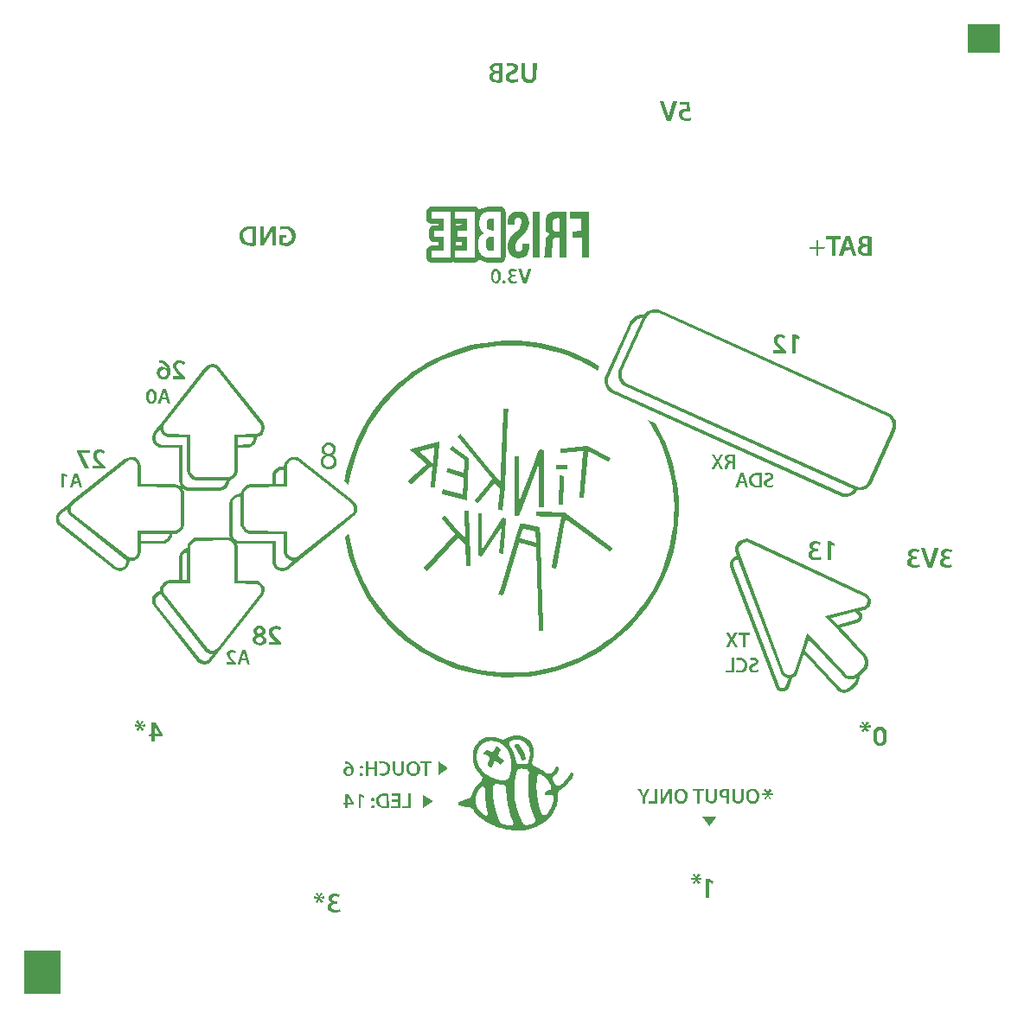
<source format=gbo>
G04 Layer: BottomSilkscreenLayer*
G04 EasyEDA v6.5.50, 2025-08-14 22:33:42*
G04 e75713753cb845a6aa3ca86cf9a0bac9,7f6f5378126b4d5b8a4b95b5ffd06442,10*
G04 Gerber Generator version 0.2*
G04 Scale: 100 percent, Rotated: No, Reflected: No *
G04 Dimensions in millimeters *
G04 leading zeros omitted , absolute positions ,4 integer and 5 decimal *
%FSLAX45Y45*%
%MOMM*%

%ADD10C,0.0001*%

%LPD*%
G36*
X4499406Y4764278D02*
G01*
X4499406Y4489348D01*
X4816602Y4489348D01*
X4816602Y4764278D01*
G37*
G36*
X15189Y4387799D02*
G01*
X-7670Y4381754D01*
X-11430Y4377944D01*
X-4216Y4351934D01*
X-1219Y4351934D01*
X13258Y4357928D01*
X39573Y4360926D01*
X58521Y4353661D01*
X64871Y4344619D01*
X64871Y4328109D01*
X50698Y4314901D01*
X6908Y4296156D01*
X-15036Y4274718D01*
X-20472Y4249928D01*
X-15747Y4227271D01*
X-5029Y4211523D01*
X12801Y4199534D01*
X36017Y4192778D01*
X80721Y4194860D01*
X101854Y4203039D01*
X101346Y4215536D01*
X96418Y4233519D01*
X84074Y4227118D01*
X55372Y4220413D01*
X35509Y4222699D01*
X22656Y4229354D01*
X16256Y4241749D01*
X16256Y4252722D01*
X22453Y4264812D01*
X36322Y4273296D01*
X65938Y4284878D01*
X89154Y4300474D01*
X100838Y4322775D01*
X100838Y4342841D01*
X95961Y4357217D01*
X87833Y4368850D01*
X72999Y4380179D01*
X51104Y4387697D01*
G37*
G36*
X-94792Y4387342D02*
G01*
X-130759Y4385513D01*
X-153060Y4378807D01*
X-171704Y4362399D01*
X-176682Y4347210D01*
X-175426Y4329684D01*
X-142341Y4329684D01*
X-142290Y4340301D01*
X-137007Y4350715D01*
X-122732Y4360367D01*
X-87376Y4360367D01*
X-87376Y4306976D01*
X-120142Y4308906D01*
X-134112Y4316171D01*
X-142341Y4329684D01*
X-175426Y4329684D01*
X-174955Y4323080D01*
X-164998Y4309110D01*
X-146354Y4297273D01*
X-156108Y4294225D01*
X-173685Y4282186D01*
X-183337Y4262272D01*
X-183309Y4259935D01*
X-146812Y4259935D01*
X-138328Y4273448D01*
X-124409Y4280763D01*
X-87376Y4282643D01*
X-87376Y4221327D01*
X-103479Y4218787D01*
X-127355Y4222648D01*
X-134975Y4226763D01*
X-145186Y4237685D01*
X-146812Y4259935D01*
X-183309Y4259935D01*
X-183083Y4236415D01*
X-175717Y4221835D01*
X-162458Y4207764D01*
X-149758Y4201109D01*
X-128625Y4195521D01*
X-92303Y4192778D01*
X-51460Y4195826D01*
X-51460Y4383278D01*
G37*
G36*
X132537Y4385767D02*
G01*
X132638Y4283202D01*
X136398Y4244340D01*
X147929Y4218686D01*
X165658Y4202328D01*
X189788Y4193286D01*
X226923Y4193286D01*
X247802Y4199534D01*
X263956Y4212894D01*
X273862Y4228592D01*
X281228Y4251452D01*
X283108Y4385767D01*
X246938Y4385767D01*
X245668Y4251452D01*
X235813Y4231386D01*
X222707Y4222089D01*
X198475Y4220311D01*
X182168Y4229506D01*
X172974Y4243019D01*
X168605Y4262018D01*
X168503Y4385767D01*
G37*
G36*
X1488338Y4011422D02*
G01*
X1506626Y3957523D01*
X1554073Y3820972D01*
X1594358Y3822192D01*
X1655114Y4009898D01*
X1655114Y4011422D01*
X1617065Y4011422D01*
X1617065Y4009948D01*
X1581556Y3891940D01*
X1573733Y3859225D01*
X1571548Y3859174D01*
X1562049Y3896207D01*
X1525422Y4011422D01*
G37*
G36*
X1678381Y4005122D02*
G01*
X1678381Y3975506D01*
X1749755Y3975506D01*
X1752650Y3949039D01*
X1754835Y3940149D01*
X1717293Y3938015D01*
X1698243Y3929583D01*
X1682394Y3915664D01*
X1676095Y3903472D01*
X1671828Y3880256D01*
X1678381Y3854551D01*
X1690014Y3838295D01*
X1712417Y3823512D01*
X1735074Y3818432D01*
X1776730Y3820566D01*
X1794713Y3827932D01*
X1794662Y3832758D01*
X1790242Y3849674D01*
X1788566Y3854704D01*
X1764538Y3846271D01*
X1736293Y3846017D01*
X1718970Y3854856D01*
X1710232Y3865981D01*
X1707489Y3880510D01*
X1714652Y3899306D01*
X1726590Y3907790D01*
X1753463Y3914698D01*
X1785518Y3912260D01*
X1773529Y4005122D01*
G37*
G36*
X-197612Y2977337D02*
G01*
X-243484Y2966974D01*
X-258267Y2960827D01*
X-280365Y2945942D01*
X-293573Y2965551D01*
X-314604Y2976321D01*
X-526186Y2975813D01*
X-756666Y2976321D01*
X-774192Y2970987D01*
X-791565Y2953613D01*
X-796848Y2936138D01*
X-796848Y2851556D01*
X-786942Y2831338D01*
X-772414Y2820263D01*
X-744067Y2812389D01*
X-677367Y2812389D01*
X-677367Y2797606D01*
X-716483Y2797657D01*
X-747928Y2790291D01*
X-767384Y2770886D01*
X-774700Y2739440D01*
X-774649Y2686507D01*
X-766826Y2658160D01*
X-755751Y2643682D01*
X-735533Y2633827D01*
X-677367Y2632202D01*
X-677367Y2596692D01*
X-746455Y2596692D01*
X-771499Y2591714D01*
X-792784Y2570276D01*
X-797915Y2547772D01*
X-797915Y2482494D01*
X-749401Y2482494D01*
X-748233Y2547010D01*
X-628751Y2548128D01*
X-628751Y2681325D01*
X-723900Y2681325D01*
X-723900Y2746857D01*
X-628751Y2746857D01*
X-628751Y2863138D01*
X-749300Y2863138D01*
X-749300Y2928721D01*
X-556869Y2928721D01*
X-556869Y2812389D01*
X-446887Y2812389D01*
X-446887Y2798064D01*
X-496570Y2795981D01*
X-506120Y2792882D01*
X-506120Y2812389D01*
X-556869Y2812389D01*
X-556869Y2634792D01*
X-506120Y2634792D01*
X-498703Y2633878D01*
X-446887Y2632557D01*
X-446887Y2596692D01*
X-506120Y2596692D01*
X-506120Y2634792D01*
X-556869Y2634792D01*
X-556869Y2482494D01*
X-518871Y2482494D01*
X-517702Y2547010D01*
X-398272Y2548128D01*
X-398272Y2681325D01*
X-493420Y2681325D01*
X-493420Y2746857D01*
X-398272Y2746857D01*
X-398272Y2863138D01*
X-518769Y2863138D01*
X-518769Y2928721D01*
X-326339Y2928721D01*
X-326339Y2640076D01*
X-286156Y2640076D01*
X-281736Y2667558D01*
X-269900Y2692908D01*
X-258013Y2707030D01*
X-234899Y2720086D01*
X-249732Y2727655D01*
X-267004Y2747314D01*
X-275285Y2769412D01*
X-279806Y2802128D01*
X-279806Y2831134D01*
X-275285Y2863850D01*
X-266801Y2886557D01*
X-253238Y2904388D01*
X-232867Y2918104D01*
X-204774Y2927400D01*
X-68376Y2929077D01*
X-68376Y2482494D01*
X-202793Y2482494D01*
X-226821Y2488793D01*
X-246125Y2497836D01*
X-267004Y2516632D01*
X-279857Y2542794D01*
X-286105Y2572410D01*
X-286156Y2640076D01*
X-326339Y2640076D01*
X-326339Y2482494D01*
X-797915Y2482494D01*
X-797915Y2480716D01*
X-792835Y2458567D01*
X-772972Y2438704D01*
X-745236Y2431745D01*
X-560019Y2431796D01*
X-537819Y2437739D01*
X-515620Y2431796D01*
X-330149Y2431745D01*
X-304800Y2438349D01*
X-290830Y2447493D01*
X-281127Y2463139D01*
X-263956Y2451404D01*
X-250901Y2444699D01*
X-206857Y2432964D01*
X-73355Y2431440D01*
X-46837Y2438349D01*
X-33121Y2447290D01*
X-24180Y2461006D01*
X-17576Y2486304D01*
X-17576Y2922828D01*
X-24282Y2948787D01*
X-32715Y2962452D01*
X-45872Y2971850D01*
X-65176Y2977083D01*
G37*
G36*
X86614Y2932938D02*
G01*
X64363Y2928721D01*
X39624Y2917647D01*
X18796Y2895600D01*
X7467Y2873248D01*
X1524Y2845206D01*
X1422Y2803956D01*
X64871Y2803956D01*
X64871Y2826156D01*
X69037Y2851505D01*
X76962Y2862122D01*
X90627Y2870098D01*
X113080Y2870098D01*
X127863Y2861005D01*
X135178Y2845511D01*
X137312Y2819196D01*
X128473Y2790139D01*
X114554Y2769057D01*
X82651Y2737358D01*
X34036Y2690622D01*
X13563Y2659837D01*
X3810Y2631592D01*
X-660Y2604109D01*
X-660Y2574493D01*
X3657Y2547924D01*
X12090Y2525420D01*
X25400Y2505303D01*
X45821Y2489149D01*
X69799Y2480208D01*
X103327Y2475484D01*
X142036Y2480564D01*
X168605Y2492908D01*
X188569Y2513431D01*
X199847Y2536444D01*
X206552Y2569057D01*
X206552Y2613609D01*
X141020Y2613609D01*
X141020Y2566314D01*
X132537Y2548839D01*
X116128Y2539593D01*
X93980Y2539593D01*
X78232Y2548483D01*
X70154Y2561793D01*
X70154Y2610662D01*
X86664Y2644089D01*
X178003Y2735224D01*
X192278Y2759557D01*
X202285Y2787142D01*
X206349Y2822651D01*
X202387Y2860852D01*
X194259Y2882188D01*
X183591Y2900426D01*
X163982Y2918510D01*
X141173Y2928569D01*
X120904Y2932480D01*
G37*
G36*
X570280Y2926943D02*
G01*
X436016Y2925318D01*
X407619Y2915920D01*
X389585Y2902153D01*
X375767Y2884017D01*
X366217Y2853639D01*
X366217Y2769057D01*
X367445Y2765094D01*
X434949Y2765094D01*
X434949Y2836875D01*
X444449Y2855671D01*
X458673Y2863850D01*
X499465Y2865729D01*
X502615Y2862478D01*
X502615Y2735783D01*
X459232Y2737408D01*
X443687Y2747010D01*
X434949Y2765094D01*
X367445Y2765094D01*
X373430Y2745790D01*
X386080Y2725877D01*
X402742Y2714091D01*
X410311Y2709621D01*
X386130Y2695956D01*
X373481Y2675991D01*
X366623Y2654858D01*
X363626Y2502611D01*
X357124Y2482494D01*
X426567Y2482494D01*
X431546Y2494127D01*
X433882Y2642158D01*
X444449Y2663342D01*
X461365Y2672791D01*
X502615Y2672842D01*
X502615Y2482494D01*
X570280Y2482494D01*
G37*
G36*
X606247Y2926588D02*
G01*
X606247Y2865323D01*
X721512Y2864205D01*
X721512Y2739440D01*
X631596Y2738323D01*
X631596Y2677058D01*
X722528Y2677058D01*
X722528Y2482494D01*
X790194Y2482494D01*
X790194Y2926588D01*
G37*
G36*
X246735Y2926588D02*
G01*
X246735Y2482494D01*
X314401Y2482494D01*
X314401Y2926588D01*
G37*
G36*
X-140258Y2863646D02*
G01*
X-186537Y2862072D01*
X-198424Y2853385D01*
X-206349Y2837434D01*
X-208381Y2792323D01*
X-203657Y2766923D01*
X-195834Y2756357D01*
X-181610Y2748026D01*
X-140258Y2746349D01*
G37*
G36*
X-2192578Y2789123D02*
G01*
X-2216353Y2785211D01*
X-2233625Y2780588D01*
X-2231999Y2775407D01*
X-2225294Y2751328D01*
X-2209495Y2758338D01*
X-2160828Y2758490D01*
X-2141321Y2749448D01*
X-2124354Y2734157D01*
X-2114753Y2711958D01*
X-2112670Y2683256D01*
X-2119833Y2656992D01*
X-2134158Y2637282D01*
X-2161997Y2623566D01*
X-2196947Y2623566D01*
X-2206447Y2628646D01*
X-2205278Y2673908D01*
X-2172462Y2675128D01*
X-2172462Y2702458D01*
X-2238095Y2702458D01*
X-2236978Y2604109D01*
X-2207361Y2596540D01*
X-2165096Y2594152D01*
X-2133498Y2600909D01*
X-2111044Y2612288D01*
X-2092502Y2632049D01*
X-2084120Y2648508D01*
X-2077313Y2671470D01*
X-2077313Y2705811D01*
X-2083816Y2730703D01*
X-2095093Y2751480D01*
X-2117496Y2771952D01*
X-2141270Y2783179D01*
X-2169312Y2788767D01*
G37*
G36*
X-2509774Y2788767D02*
G01*
X-2547823Y2786735D01*
X-2574340Y2780741D01*
X-2591612Y2771952D01*
X-2610510Y2754477D01*
X-2621178Y2736342D01*
X-2627071Y2714091D01*
X-2627122Y2689961D01*
X-2591765Y2689961D01*
X-2589276Y2716936D01*
X-2582926Y2732074D01*
X-2571699Y2746806D01*
X-2545740Y2759608D01*
X-2511907Y2761284D01*
X-2500274Y2759252D01*
X-2500274Y2621534D01*
X-2541473Y2623515D01*
X-2562656Y2632862D01*
X-2578862Y2648508D01*
X-2586583Y2663444D01*
X-2591765Y2689961D01*
X-2627122Y2689961D01*
X-2627122Y2677972D01*
X-2620822Y2653741D01*
X-2609951Y2632303D01*
X-2592019Y2614371D01*
X-2569006Y2603195D01*
X-2543606Y2596591D01*
X-2505456Y2594000D01*
X-2464308Y2597099D01*
X-2464308Y2782570D01*
X-2468930Y2785414D01*
G37*
G36*
X-2271877Y2787192D02*
G01*
X-2313025Y2785973D01*
X-2366924Y2697175D01*
X-2393442Y2644292D01*
X-2392121Y2787040D01*
X-2424125Y2787040D01*
X-2424125Y2596692D01*
X-2387142Y2596794D01*
X-2327910Y2696972D01*
X-2303729Y2743657D01*
X-2306370Y2596692D01*
X-2271877Y2596692D01*
G37*
G36*
X3515004Y2691384D02*
G01*
X3479037Y2689555D01*
X3456736Y2682798D01*
X3438093Y2666390D01*
X3433114Y2651252D01*
X3434368Y2633726D01*
X3467455Y2633726D01*
X3467506Y2644292D01*
X3472789Y2654757D01*
X3487064Y2664358D01*
X3522421Y2664358D01*
X3522421Y2610967D01*
X3489604Y2612898D01*
X3475685Y2620162D01*
X3467455Y2633726D01*
X3434368Y2633726D01*
X3434842Y2627122D01*
X3444798Y2613101D01*
X3463442Y2601315D01*
X3453688Y2598267D01*
X3436112Y2586228D01*
X3426460Y2566263D01*
X3426478Y2563926D01*
X3462985Y2563926D01*
X3471468Y2577490D01*
X3485387Y2584805D01*
X3522421Y2586634D01*
X3522421Y2525369D01*
X3506317Y2522778D01*
X3482441Y2526690D01*
X3474821Y2530754D01*
X3464610Y2541676D01*
X3462985Y2563926D01*
X3426478Y2563926D01*
X3426714Y2540457D01*
X3434079Y2525877D01*
X3447338Y2511755D01*
X3460038Y2505100D01*
X3481171Y2499512D01*
X3517493Y2496769D01*
X3558336Y2499817D01*
X3558336Y2687320D01*
G37*
G36*
X3305352Y2689758D02*
G01*
X3269768Y2579776D01*
X3304133Y2579776D01*
X3307029Y2587193D01*
X3329279Y2661208D01*
X3336798Y2630474D01*
X3352800Y2579776D01*
X3269768Y2579776D01*
X3243732Y2499410D01*
X3281121Y2499410D01*
X3297986Y2551226D01*
X3358896Y2552395D01*
X3364128Y2534310D01*
X3374898Y2499410D01*
X3410762Y2499410D01*
X3350056Y2689707D01*
G37*
G36*
X3114294Y2689758D02*
G01*
X3114294Y2660142D01*
X3169259Y2660142D01*
X3169259Y2499410D01*
X3203092Y2499410D01*
X3203092Y2660142D01*
X3258058Y2660142D01*
X3258058Y2689758D01*
G37*
G36*
X-140258Y2681325D02*
G01*
X-181508Y2681274D01*
X-197002Y2676956D01*
X-209600Y2662580D01*
X-214274Y2640888D01*
X-214274Y2579573D01*
X-209651Y2561183D01*
X-197104Y2549144D01*
X-140258Y2547721D01*
G37*
G36*
X3017012Y2649575D02*
G01*
X3017012Y2586126D01*
X2955645Y2586126D01*
X2955645Y2562860D01*
X3017012Y2562860D01*
X3017012Y2499410D01*
X3040278Y2499410D01*
X3040278Y2562758D01*
X3100527Y2563926D01*
X3101797Y2586126D01*
X3040278Y2586126D01*
X3040278Y2649575D01*
G37*
G36*
X101447Y2370632D02*
G01*
X150520Y2228748D01*
X180136Y2228748D01*
X224028Y2365146D01*
X226110Y2370632D01*
X197459Y2369362D01*
X168452Y2272080D01*
X165862Y2256231D01*
X163017Y2256231D01*
X157480Y2280564D01*
X129285Y2369362D01*
G37*
G36*
X-128625Y2368245D02*
G01*
X-145592Y2360523D01*
X-158800Y2345436D01*
X-166674Y2322880D01*
X-166656Y2288540D01*
X-142951Y2288540D01*
X-140563Y2325420D01*
X-134416Y2340102D01*
X-122783Y2349296D01*
X-115214Y2349296D01*
X-102209Y2338374D01*
X-95402Y2314956D01*
X-97078Y2267864D01*
X-106172Y2250490D01*
X-118770Y2245309D01*
X-127355Y2248001D01*
X-137617Y2260142D01*
X-142951Y2288540D01*
X-166656Y2288540D01*
X-166624Y2272080D01*
X-158800Y2249474D01*
X-141325Y2231288D01*
X-122275Y2226157D01*
X-101549Y2228646D01*
X-85242Y2239924D01*
X-71526Y2267813D01*
X-71526Y2327097D01*
X-80365Y2346096D01*
X-92506Y2360472D01*
X-109575Y2368245D01*
G37*
G36*
X59588Y2368143D02*
G01*
X31953Y2366822D01*
X16154Y2359355D01*
X7112Y2346655D01*
X5384Y2327097D01*
X13462Y2312263D01*
X28905Y2303830D01*
X28752Y2301697D01*
X10972Y2293264D01*
X1066Y2278430D01*
X2641Y2252522D01*
X14020Y2237638D01*
X34188Y2227732D01*
X72288Y2227681D01*
X92506Y2235504D01*
X89662Y2244598D01*
X86106Y2254148D01*
X84683Y2254148D01*
X64617Y2247290D01*
X39573Y2249119D01*
X29006Y2259025D01*
X26314Y2273198D01*
X33223Y2283663D01*
X44602Y2291130D01*
X70154Y2293264D01*
X71475Y2311247D01*
X52069Y2311247D01*
X37693Y2317242D01*
X30683Y2327960D01*
X33477Y2340813D01*
X42570Y2347163D01*
X65024Y2347163D01*
X80416Y2340762D01*
X83312Y2344013D01*
X87934Y2357729D01*
X75590Y2364130D01*
G37*
G36*
X-35560Y2260295D02*
G01*
X-46126Y2258161D01*
X-53543Y2249424D01*
X-53543Y2236419D01*
X-44348Y2226665D01*
X-32207Y2226665D01*
X-21844Y2237028D01*
X-21844Y2245461D01*
X-26517Y2255824D01*
G37*
G36*
X1448968Y1974697D02*
G01*
X1419352Y1972614D01*
X1394307Y1966214D01*
X1368602Y1953260D01*
X1345082Y1934819D01*
X1332636Y1918004D01*
X1296314Y1917903D01*
X1263700Y1909572D01*
X1233220Y1893773D01*
X1201369Y1861870D01*
X1188161Y1836470D01*
X956665Y1322628D01*
X948893Y1298194D01*
X948110Y1288796D01*
X980338Y1288796D01*
X987196Y1311452D01*
X1219758Y1828038D01*
X1230884Y1847037D01*
X1250492Y1866188D01*
X1276502Y1880006D01*
X1305153Y1886102D01*
X1314602Y1886153D01*
X1088694Y1383944D01*
X1081125Y1358544D01*
X1081360Y1322628D01*
X1113891Y1322628D01*
X1113891Y1350111D01*
X1118260Y1369110D01*
X1344777Y1872437D01*
X1357426Y1897532D01*
X1380388Y1921611D01*
X1404874Y1934667D01*
X1429766Y1941169D01*
X1455267Y1940864D01*
X1477010Y1935022D01*
X3709568Y929944D01*
X3727704Y919480D01*
X3743096Y906018D01*
X3759301Y880922D01*
X3767734Y853744D01*
X3767582Y819302D01*
X3757980Y791819D01*
X3530244Y286410D01*
X3518712Y269494D01*
X3496919Y249123D01*
X3470605Y236829D01*
X3439922Y231597D01*
X3409289Y236880D01*
X1167688Y1246022D01*
X1143863Y1262583D01*
X1130096Y1279702D01*
X1118209Y1303578D01*
X1113891Y1322628D01*
X1081360Y1322628D01*
X1081430Y1312011D01*
X1092555Y1277874D01*
X1109624Y1251458D01*
X1130249Y1230833D01*
X1152906Y1216456D01*
X3387090Y210616D01*
X3387090Y205841D01*
X3371189Y190601D01*
X3350056Y177342D01*
X3323183Y169062D01*
X3290163Y169062D01*
X3265474Y176784D01*
X1026261Y1185062D01*
X1002030Y1207465D01*
X988568Y1228496D01*
X980389Y1254709D01*
X980338Y1288796D01*
X948110Y1288796D01*
X946150Y1265224D01*
X953262Y1229563D01*
X970889Y1193596D01*
X1002741Y1161897D01*
X1023874Y1150620D01*
X3261156Y143357D01*
X3283305Y137566D01*
X3312007Y134924D01*
X3347923Y141376D01*
X3383127Y158800D01*
X3412388Y186385D01*
X3420922Y200253D01*
X3470605Y202285D01*
X3499104Y212902D01*
X3522878Y227177D01*
X3545941Y249783D01*
X3559860Y271576D01*
X3789476Y781253D01*
X3799789Y810463D01*
X3801973Y848918D01*
X3795268Y880618D01*
X3777640Y916432D01*
X3745484Y948283D01*
X3724351Y959510D01*
X1491234Y1965045D01*
X1472184Y1970989D01*
G37*
G36*
X2677566Y1729841D02*
G01*
X2641650Y1728368D01*
X2622600Y1719732D01*
X2610358Y1707489D01*
X2601823Y1688439D01*
X2601823Y1658670D01*
X2612847Y1634489D01*
X2631897Y1609750D01*
X2670708Y1573174D01*
X2598267Y1573174D01*
X2598267Y1543608D01*
X2720949Y1543608D01*
X2720949Y1564640D01*
X2647492Y1637690D01*
X2635808Y1662074D01*
X2637790Y1685950D01*
X2652877Y1699768D01*
X2672334Y1702663D01*
X2694432Y1695450D01*
X2705709Y1687372D01*
X2708402Y1687372D01*
X2716682Y1706778D01*
X2716682Y1712671D01*
X2705354Y1720088D01*
G37*
G36*
X2784398Y1727555D02*
G01*
X2784398Y1543608D01*
X2818231Y1543608D01*
X2818231Y1693722D01*
X2820416Y1693722D01*
X2850388Y1678635D01*
X2852064Y1680362D01*
X2856890Y1704390D01*
X2855214Y1705914D01*
X2812948Y1727352D01*
G37*
G36*
X-34696Y1664106D02*
G01*
X-107492Y1659737D01*
X-170891Y1653438D01*
X-234340Y1644853D01*
X-312877Y1630476D01*
X-388721Y1612900D01*
X-466953Y1590446D01*
X-532536Y1568399D01*
X-595985Y1544066D01*
X-655472Y1518564D01*
X-729183Y1483055D01*
X-800150Y1444091D01*
X-860298Y1407566D01*
X-930097Y1360728D01*
X-1004112Y1305001D01*
X-1058113Y1259941D01*
X-1107744Y1215136D01*
X-1183843Y1138478D01*
X-1226566Y1089964D01*
X-1263650Y1045565D01*
X-1320139Y970584D01*
X-1366113Y901801D01*
X-1388414Y865835D01*
X-1422044Y807313D01*
X-1459534Y734720D01*
X-1483461Y682244D01*
X-1484884Y675487D01*
X-1520850Y586232D01*
X-1544421Y517550D01*
X-1563217Y453440D01*
X-1582166Y377342D01*
X-1592783Y324459D01*
X-1599895Y285140D01*
X-1598320Y283616D01*
X-1560626Y253492D01*
X-1557680Y256794D01*
X-1550365Y303326D01*
X-1535684Y375208D01*
X-1520901Y434441D01*
X-1504391Y491540D01*
X-1476756Y573278D01*
X-1449425Y642112D01*
X-1434439Y674979D01*
X-1434439Y680618D01*
X-1403502Y745286D01*
X-1364081Y817168D01*
X-1338732Y859485D01*
X-1290675Y932637D01*
X-1249883Y988466D01*
X-1202385Y1047699D01*
X-1153566Y1103122D01*
X-1093825Y1164742D01*
X-1031087Y1222298D01*
X-972362Y1271320D01*
X-897128Y1327810D01*
X-824331Y1375867D01*
X-782066Y1401318D01*
X-728726Y1431188D01*
X-653084Y1469034D01*
X-585419Y1498650D01*
X-513486Y1526133D01*
X-433781Y1552346D01*
X-358902Y1572818D01*
X-280873Y1589938D01*
X-204774Y1602638D01*
X-153974Y1609090D01*
X-86766Y1615490D01*
X26263Y1620266D01*
X138480Y1615440D01*
X207619Y1608937D01*
X283718Y1598269D01*
X350977Y1585722D01*
X423164Y1568907D01*
X504647Y1545590D01*
X579780Y1519936D01*
X649579Y1492199D01*
X718667Y1461008D01*
X761644Y1439468D01*
X812444Y1411833D01*
X875080Y1374495D01*
X894130Y1415592D01*
X883462Y1424127D01*
X802284Y1470355D01*
X729945Y1506829D01*
X674979Y1531467D01*
X598830Y1562252D01*
X516382Y1590344D01*
X457606Y1607312D01*
X383133Y1625752D01*
X317601Y1638706D01*
X252018Y1649272D01*
X180136Y1657553D01*
X95554Y1663395D01*
G37*
G36*
X-3201263Y1473962D02*
G01*
X-3237230Y1472488D01*
X-3256279Y1463852D01*
X-3268522Y1451610D01*
X-3277057Y1432560D01*
X-3277057Y1402791D01*
X-3265982Y1378610D01*
X-3246983Y1353870D01*
X-3208121Y1317294D01*
X-3280562Y1317294D01*
X-3280562Y1287729D01*
X-3157931Y1287729D01*
X-3157931Y1308760D01*
X-3231388Y1381810D01*
X-3243021Y1406194D01*
X-3241040Y1430070D01*
X-3226003Y1443888D01*
X-3206546Y1446784D01*
X-3184448Y1439570D01*
X-3173120Y1431493D01*
X-3170478Y1431493D01*
X-3162147Y1450898D01*
X-3162147Y1456791D01*
X-3173526Y1464208D01*
G37*
G36*
X-3418027Y1473809D02*
G01*
X-3418027Y1446936D01*
X-3391611Y1444193D01*
X-3370630Y1436776D01*
X-3348126Y1415643D01*
X-3339947Y1393850D01*
X-3363417Y1407972D01*
X-3385515Y1410766D01*
X-3404311Y1405788D01*
X-3421227Y1395984D01*
X-3430828Y1382928D01*
X-3435299Y1371244D01*
X-3437715Y1356461D01*
X-3403498Y1356461D01*
X-3393694Y1375206D01*
X-3383127Y1382776D01*
X-3366211Y1385112D01*
X-3348329Y1376781D01*
X-3339541Y1362760D01*
X-3341319Y1334566D01*
X-3349548Y1320495D01*
X-3363671Y1310995D01*
X-3381044Y1310995D01*
X-3394049Y1318920D01*
X-3401872Y1335278D01*
X-3403498Y1356461D01*
X-3437715Y1356461D01*
X-3438753Y1350111D01*
X-3435197Y1327759D01*
X-3425494Y1308303D01*
X-3407105Y1292148D01*
X-3386074Y1285189D01*
X-3351428Y1286713D01*
X-3330956Y1297127D01*
X-3318001Y1311859D01*
X-3308045Y1333652D01*
X-3303371Y1358544D01*
X-3306114Y1388973D01*
X-3312769Y1411427D01*
X-3322472Y1430477D01*
X-3338068Y1448511D01*
X-3356254Y1461008D01*
X-3378250Y1469644D01*
X-3400044Y1473301D01*
G37*
G36*
X-2898292Y1437843D02*
G01*
X-2924251Y1431137D01*
X-2946349Y1420317D01*
X-2967380Y1400860D01*
X-3387394Y867308D01*
X-3437196Y803808D01*
X-3371951Y803808D01*
X-3370376Y832002D01*
X-3361944Y848918D01*
X-2943910Y1379677D01*
X-2927096Y1395374D01*
X-2903982Y1404010D01*
X-2879852Y1403807D01*
X-2858262Y1395526D01*
X-2843022Y1381810D01*
X-2424023Y849579D01*
X-2414727Y832002D01*
X-2414625Y796036D01*
X-2424277Y776478D01*
X-2439720Y760577D01*
X-2463241Y749503D01*
X-2677820Y748284D01*
X-2677916Y716737D01*
X-2491232Y716737D01*
X-2493822Y694791D01*
X-2504744Y672490D01*
X-2523744Y655726D01*
X-2543606Y648411D01*
X-2644038Y646531D01*
X-2644038Y716737D01*
X-2677916Y716737D01*
X-2678938Y381558D01*
X-2689910Y358292D01*
X-2708554Y339648D01*
X-2731820Y328676D01*
X-3055366Y328676D01*
X-3082137Y343204D01*
X-3096107Y360426D01*
X-3106115Y379425D01*
X-3107283Y747826D01*
X-3322269Y750214D01*
X-3344113Y759612D01*
X-3364788Y782269D01*
X-3371951Y803808D01*
X-3437196Y803808D01*
X-3465626Y767588D01*
X-3477056Y747369D01*
X-3484118Y719937D01*
X-3481748Y694537D01*
X-3450793Y694537D01*
X-3450793Y732586D01*
X-3441039Y750925D01*
X-3407105Y793953D01*
X-3401110Y795274D01*
X-3401110Y787095D01*
X-3386429Y757732D01*
X-3366312Y737311D01*
X-3349751Y726897D01*
X-3326028Y717956D01*
X-3141014Y716483D01*
X-3140913Y396392D01*
X-3134715Y366776D01*
X-3121558Y340004D01*
X-3097682Y315671D01*
X-3078276Y304393D01*
X-3053232Y294944D01*
X-2755696Y293624D01*
X-2758389Y277926D01*
X-2772003Y250647D01*
X-2794152Y232664D01*
X-2816098Y226110D01*
X-3130296Y226110D01*
X-3154629Y235254D01*
X-3176066Y256794D01*
X-3186480Y277926D01*
X-3187598Y646938D01*
X-3385261Y646988D01*
X-3409492Y650951D01*
X-3425291Y658469D01*
X-3441750Y674878D01*
X-3450793Y694537D01*
X-3481748Y694537D01*
X-3474618Y673455D01*
X-3461004Y652272D01*
X-3442360Y634085D01*
X-3410864Y618388D01*
X-3219246Y617169D01*
X-3219145Y288493D01*
X-3214827Y269748D01*
X-3202025Y240538D01*
X-3204108Y238455D01*
X-3232962Y255879D01*
X-3259886Y264210D01*
X-3591458Y264210D01*
X-3591458Y440943D01*
X-3597757Y465175D01*
X-3608730Y486816D01*
X-3627831Y507238D01*
X-3648557Y520496D01*
X-3674313Y528523D01*
X-3703065Y528523D01*
X-3729939Y520192D01*
X-3751122Y505612D01*
X-4283811Y85496D01*
X-4297781Y67208D01*
X-4397146Y-11074D01*
X-4413961Y-34544D01*
X-4422851Y-58267D01*
X-4424229Y-74625D01*
X-4393438Y-74625D01*
X-4388307Y-53289D01*
X-4376318Y-34290D01*
X-4314698Y14681D01*
X-4313021Y14681D01*
X-4310971Y3048D01*
X-4278731Y3048D01*
X-4278680Y28397D01*
X-4274566Y43332D01*
X-4262526Y62230D01*
X-3725722Y485190D01*
X-3704742Y495655D01*
X-3677107Y496925D01*
X-3652113Y486460D01*
X-3635654Y470357D01*
X-3624224Y447141D01*
X-3622954Y232613D01*
X-3256279Y231394D01*
X-3231845Y219049D01*
X-3212592Y198526D01*
X-3203397Y178562D01*
X-3202228Y-135686D01*
X-3206445Y-151333D01*
X-3220313Y-174447D01*
X-3240430Y-189636D01*
X-3262629Y-197866D01*
X-3624224Y-197866D01*
X-3624542Y-230632D01*
X-3316528Y-230632D01*
X-3316528Y-240538D01*
X-3329381Y-266242D01*
X-3346704Y-281889D01*
X-3370478Y-293014D01*
X-3591458Y-294182D01*
X-3591458Y-230632D01*
X-3624542Y-230632D01*
X-3626358Y-417779D01*
X-3635654Y-435203D01*
X-3657041Y-454406D01*
X-3676802Y-461162D01*
X-3704590Y-461060D01*
X-3722674Y-452831D01*
X-4252264Y-35458D01*
X-4266539Y-22352D01*
X-4278731Y3048D01*
X-4310971Y3048D01*
X-4308398Y-11785D01*
X-4293768Y-41351D01*
X-4273448Y-60909D01*
X-3753205Y-470814D01*
X-3736848Y-483158D01*
X-3738829Y-510895D01*
X-3747515Y-530504D01*
X-3764127Y-547116D01*
X-3784955Y-557377D01*
X-3818788Y-557276D01*
X-3837787Y-548284D01*
X-4355896Y-139496D01*
X-4380788Y-117805D01*
X-4390948Y-95605D01*
X-4393438Y-74625D01*
X-4424229Y-74625D01*
X-4425137Y-85801D01*
X-4418380Y-112217D01*
X-4409338Y-130200D01*
X-4394809Y-148082D01*
X-3866997Y-564286D01*
X-3845153Y-579983D01*
X-3823157Y-588365D01*
X-3795318Y-590702D01*
X-3773017Y-585876D01*
X-3748989Y-574598D01*
X-3721201Y-546811D01*
X-3709365Y-522427D01*
X-3704691Y-492861D01*
X-3685540Y-495350D01*
X-3656380Y-488543D01*
X-3631590Y-475335D01*
X-3611473Y-455523D01*
X-3597605Y-429514D01*
X-3591509Y-400862D01*
X-3591458Y-325780D01*
X-3376625Y-325780D01*
X-3351784Y-319328D01*
X-3326079Y-305714D01*
X-3302762Y-282397D01*
X-3289046Y-256489D01*
X-3283458Y-231902D01*
X-3245662Y-226466D01*
X-3216097Y-211734D01*
X-3196285Y-194614D01*
X-3179114Y-168910D01*
X-3170377Y-140766D01*
X-3167938Y153162D01*
X-3172917Y184658D01*
X-3183636Y210261D01*
X-3185922Y217678D01*
X-3179267Y217678D01*
X-3159963Y204622D01*
X-3135731Y195478D01*
X-2816809Y194310D01*
X-2793136Y201117D01*
X-2767838Y214528D01*
X-2744012Y238252D01*
X-2729077Y268122D01*
X-2723642Y298500D01*
X-2711297Y302818D01*
X-2692146Y313029D01*
X-2673908Y327964D01*
X-2654858Y356209D01*
X-2645206Y383692D01*
X-2643733Y614832D01*
X-2539390Y616661D01*
X-2515057Y625602D01*
X-2491333Y641350D01*
X-2474569Y662533D01*
X-2466390Y678535D01*
X-2460142Y705104D01*
X-2460091Y718108D01*
X-2437790Y725119D01*
X-2417622Y737920D01*
X-2399588Y756462D01*
X-2386431Y781253D01*
X-2381402Y800150D01*
X-2381605Y829868D01*
X-2390444Y855268D01*
X-2401620Y872185D01*
X-2809646Y1390294D01*
X-2828696Y1412900D01*
X-2851404Y1427988D01*
X-2884068Y1437640D01*
G37*
G36*
X-3383178Y1192530D02*
G01*
X-3409777Y1110081D01*
X-3384651Y1110081D01*
X-3381959Y1117092D01*
X-3365652Y1172464D01*
X-3363214Y1166114D01*
X-3356864Y1140764D01*
X-3348228Y1115771D01*
X-3348228Y1110081D01*
X-3409777Y1110081D01*
X-3429050Y1050848D01*
X-3401263Y1050848D01*
X-3389071Y1089964D01*
X-3342843Y1091184D01*
X-3330752Y1050848D01*
X-3304133Y1050848D01*
X-3312160Y1075182D01*
X-3348685Y1189380D01*
X-3350615Y1192530D01*
G37*
G36*
X-3499459Y1190345D02*
G01*
X-3516426Y1182624D01*
X-3529634Y1167587D01*
X-3537508Y1144981D01*
X-3537490Y1110640D01*
X-3513785Y1110640D01*
X-3511397Y1147521D01*
X-3505250Y1162253D01*
X-3493617Y1171397D01*
X-3486048Y1171397D01*
X-3473043Y1160475D01*
X-3466236Y1137107D01*
X-3467912Y1089964D01*
X-3477006Y1072642D01*
X-3489604Y1067409D01*
X-3498189Y1070102D01*
X-3508451Y1082294D01*
X-3513785Y1110640D01*
X-3537490Y1110640D01*
X-3537458Y1094232D01*
X-3529634Y1071575D01*
X-3512159Y1053388D01*
X-3493109Y1048308D01*
X-3472383Y1050747D01*
X-3456076Y1062024D01*
X-3442360Y1089914D01*
X-3442360Y1149197D01*
X-3451199Y1168247D01*
X-3463340Y1182573D01*
X-3480409Y1190345D01*
G37*
G36*
X-40436Y998016D02*
G01*
X-43078Y954633D01*
X-66395Y373126D01*
X-69037Y278993D01*
X-72136Y278993D01*
X-185877Y417525D01*
X-456387Y748893D01*
X-463397Y757732D01*
X-479653Y745337D01*
X-495503Y731062D01*
X-495503Y727659D01*
X-156768Y310896D01*
X-200507Y256692D01*
X-325272Y105257D01*
X-325272Y98399D01*
X-296113Y73863D01*
X-293573Y74168D01*
X-182676Y208178D01*
X-129489Y270560D01*
X-125730Y270560D01*
X-75742Y215138D01*
X-74472Y203555D01*
X-91389Y43230D01*
X-94284Y6756D01*
X-69392Y3911D01*
X-52069Y1574D01*
X-28194Y229311D01*
X-762Y918718D01*
X2082Y995730D01*
X-35560Y997153D01*
G37*
G36*
X1370685Y889812D02*
G01*
X1369415Y888542D01*
X1399286Y841248D01*
X1432560Y783336D01*
X1466697Y717804D01*
X1500682Y642772D01*
X1528267Y573278D01*
X1555902Y491540D01*
X1572463Y434340D01*
X1589532Y365201D01*
X1604111Y290626D01*
X1614881Y220827D01*
X1623212Y138379D01*
X1628190Y41097D01*
X1625447Y-68884D01*
X1619300Y-144018D01*
X1610614Y-214782D01*
X1602130Y-265531D01*
X1591310Y-320497D01*
X1575054Y-388467D01*
X1559712Y-443179D01*
X1534007Y-521411D01*
X1509826Y-584860D01*
X1485442Y-641959D01*
X1449882Y-715772D01*
X1417523Y-775157D01*
X1386078Y-828040D01*
X1334312Y-906271D01*
X1288592Y-967587D01*
X1245158Y-1020876D01*
X1191666Y-1080820D01*
X1127506Y-1145336D01*
X1076756Y-1191514D01*
X1015085Y-1242872D01*
X949858Y-1291488D01*
X903376Y-1323441D01*
X850493Y-1356512D01*
X789178Y-1391869D01*
X702462Y-1435506D01*
X634796Y-1465072D01*
X562864Y-1492605D01*
X478282Y-1520240D01*
X406400Y-1539494D01*
X330250Y-1556308D01*
X239318Y-1571294D01*
X163220Y-1579626D01*
X99771Y-1583893D01*
X13055Y-1586585D01*
X-88442Y-1581912D01*
X-158242Y-1575409D01*
X-247040Y-1562760D01*
X-323189Y-1547723D01*
X-407060Y-1526743D01*
X-481787Y-1503883D01*
X-534619Y-1485087D01*
X-593852Y-1461922D01*
X-648817Y-1437690D01*
X-731367Y-1396542D01*
X-796645Y-1359408D01*
X-853948Y-1323492D01*
X-906373Y-1287373D01*
X-963930Y-1244295D01*
X-1010462Y-1206144D01*
X-1052728Y-1169111D01*
X-1111656Y-1113536D01*
X-1177036Y-1043736D01*
X-1232001Y-978204D01*
X-1289151Y-902055D01*
X-1336700Y-830173D01*
X-1368196Y-777290D01*
X-1403096Y-712927D01*
X-1404366Y-703275D01*
X-1433880Y-641959D01*
X-1458315Y-584860D01*
X-1482547Y-521411D01*
X-1508760Y-441706D01*
X-1529130Y-367030D01*
X-1544269Y-299364D01*
X-1554734Y-242265D01*
X-1557680Y-219964D01*
X-1581404Y-242468D01*
X-1597304Y-254406D01*
X-1597304Y-262686D01*
X-1578406Y-356463D01*
X-1559458Y-430479D01*
X-1535633Y-508711D01*
X-1504238Y-594004D01*
X-1478483Y-654507D01*
X-1453388Y-709625D01*
X-1419656Y-777290D01*
X-1378915Y-847090D01*
X-1340967Y-906271D01*
X-1286611Y-982421D01*
X-1238199Y-1042873D01*
X-1183843Y-1104950D01*
X-1118412Y-1172108D01*
X-1057960Y-1227277D01*
X-999896Y-1275791D01*
X-927963Y-1329893D01*
X-855014Y-1378762D01*
X-788416Y-1418386D01*
X-733399Y-1448155D01*
X-690422Y-1469745D01*
X-621334Y-1500936D01*
X-551586Y-1528673D01*
X-475843Y-1554530D01*
X-411988Y-1573326D01*
X-325272Y-1594459D01*
X-246125Y-1609394D01*
X-170891Y-1619961D01*
X-109575Y-1626158D01*
X-27889Y-1631137D01*
X135737Y-1628749D01*
X203403Y-1622044D01*
X256235Y-1615592D01*
X309118Y-1607261D01*
X384149Y-1592326D01*
X452831Y-1575409D01*
X512114Y-1558290D01*
X581914Y-1534972D01*
X649579Y-1508455D01*
X691896Y-1490472D01*
X759561Y-1458925D01*
X831443Y-1420622D01*
X905459Y-1376273D01*
X973124Y-1331366D01*
X1049324Y-1274216D01*
X1100023Y-1232052D01*
X1156868Y-1181201D01*
X1226210Y-1111758D01*
X1277670Y-1053998D01*
X1322425Y-999337D01*
X1360474Y-948588D01*
X1394663Y-899921D01*
X1432407Y-840740D01*
X1462735Y-788619D01*
X1498803Y-721156D01*
X1530197Y-653897D01*
X1555750Y-594004D01*
X1587144Y-508711D01*
X1610969Y-430479D01*
X1629867Y-356463D01*
X1648561Y-263398D01*
X1659280Y-191109D01*
X1667662Y-109067D01*
X1672589Y-16002D01*
X1670151Y119329D01*
X1663395Y195478D01*
X1655064Y261010D01*
X1644396Y324459D01*
X1633677Y377342D01*
X1614728Y453440D01*
X1596085Y516890D01*
X1574698Y579678D01*
X1543558Y658571D01*
X1515211Y722020D01*
X1473149Y804519D01*
X1442618Y857300D01*
G37*
G36*
X-671068Y676198D02*
G01*
X-807466Y641197D01*
X-958646Y601929D01*
X-958646Y598881D01*
X-932710Y575767D01*
X-865581Y575767D01*
X-865581Y578815D01*
X-858215Y581710D01*
X-721563Y617372D01*
X-719683Y617372D01*
X-719632Y605739D01*
X-732942Y464058D01*
X-735533Y461162D01*
X-784199Y503783D01*
X-865581Y575767D01*
X-932710Y575767D01*
X-798982Y456692D01*
X-826516Y430225D01*
X-963930Y301701D01*
X-978662Y287477D01*
X-949248Y257860D01*
X-945845Y257860D01*
X-845515Y350316D01*
X-767283Y423265D01*
X-738428Y442214D01*
X-735888Y439674D01*
X-754888Y232664D01*
X-749350Y230530D01*
X-711860Y227685D01*
X-709371Y256794D01*
X-681634Y542290D01*
X-669391Y673404D01*
G37*
G36*
X-1742135Y665784D02*
G01*
X-1777085Y664362D01*
X-1800606Y652830D01*
X-1815642Y637844D01*
X-1824532Y618388D01*
X-1824615Y590905D01*
X-1795983Y590905D01*
X-1795983Y607822D01*
X-1788160Y624738D01*
X-1778050Y634085D01*
X-1762353Y640638D01*
X-1746351Y640283D01*
X-1732584Y635304D01*
X-1719325Y622757D01*
X-1713585Y609041D01*
X-1713585Y589737D01*
X-1719325Y575970D01*
X-1732584Y563473D01*
X-1746351Y558444D01*
X-1762353Y558139D01*
X-1778050Y564692D01*
X-1788160Y573989D01*
X-1795983Y590905D01*
X-1824615Y590905D01*
X-1824634Y584555D01*
X-1812086Y561949D01*
X-1797100Y549554D01*
X-1787601Y547116D01*
X-1787601Y544017D01*
X-1804212Y539038D01*
X-1823821Y519938D01*
X-1833067Y499973D01*
X-1833067Y468274D01*
X-1803349Y468274D01*
X-1803349Y497890D01*
X-1795576Y512673D01*
X-1786534Y522579D01*
X-1769770Y531215D01*
X-1744268Y532993D01*
X-1723085Y522732D01*
X-1711706Y510540D01*
X-1705152Y494842D01*
X-1705203Y470357D01*
X-1712925Y453440D01*
X-1727962Y440232D01*
X-1747469Y432765D01*
X-1770125Y435101D01*
X-1786534Y443534D01*
X-1795576Y453440D01*
X-1803349Y468274D01*
X-1833067Y468274D01*
X-1833067Y461924D01*
X-1821992Y438302D01*
X-1806498Y422808D01*
X-1786382Y412597D01*
X-1759864Y407416D01*
X-1731416Y409803D01*
X-1712518Y417169D01*
X-1694332Y429514D01*
X-1681734Y446836D01*
X-1675028Y470001D01*
X-1676958Y502107D01*
X-1686102Y519938D01*
X-1699056Y534720D01*
X-1722374Y546100D01*
X-1710436Y551180D01*
X-1696567Y562813D01*
X-1685493Y581710D01*
X-1683512Y609955D01*
X-1688287Y627532D01*
X-1701952Y648004D01*
X-1724863Y661670D01*
G37*
G36*
X765048Y634288D02*
G01*
X537514Y609041D01*
X514248Y605688D01*
X512775Y595325D01*
X515670Y564489D01*
X531672Y564489D01*
X725220Y585622D01*
X738936Y585622D01*
X737260Y567639D01*
X720344Y354076D01*
X701751Y125780D01*
X703783Y122529D01*
X743813Y122529D01*
X745642Y127812D01*
X781913Y569772D01*
X783894Y579069D01*
X799744Y572465D01*
X979830Y480110D01*
X985113Y478840D01*
X1003808Y512673D01*
X1002741Y518363D01*
X778560Y633882D01*
G37*
G36*
X-547878Y632155D02*
G01*
X-568858Y601472D01*
X-571652Y596646D01*
X-428904Y498093D01*
X-425704Y493623D01*
X-428243Y432308D01*
X-431444Y371957D01*
X-434289Y369163D01*
X-579069Y416407D01*
X-590397Y418947D01*
X-601675Y382828D01*
X-599897Y377342D01*
X-435254Y321767D01*
X-436422Y280060D01*
X-442874Y163728D01*
X-444550Y158750D01*
X-543102Y184048D01*
X-636930Y209194D01*
X-640588Y209194D01*
X-649884Y173736D01*
X-649884Y167589D01*
X-634034Y162864D01*
X-403809Y101396D01*
X-402437Y102819D01*
X-391922Y290626D01*
X-381304Y499821D01*
X-381457Y519023D01*
X-466699Y578205D01*
X-546201Y632155D01*
G37*
G36*
X308457Y602538D02*
G01*
X295808Y571906D01*
X242874Y432308D01*
X111099Y83413D01*
X107137Y79349D01*
X109982Y532739D01*
X67310Y532739D01*
X64973Y506323D01*
X63449Y-48361D01*
X97637Y-53238D01*
X104902Y-54660D01*
X130810Y11480D01*
X208178Y214528D01*
X302209Y464058D01*
X305968Y468071D01*
X305968Y29464D01*
X350367Y29464D01*
X350367Y595833D01*
X319684Y600710D01*
X315468Y602234D01*
G37*
G36*
X-3983736Y598474D02*
G01*
X-4019651Y597001D01*
X-4038701Y588365D01*
X-4050944Y576122D01*
X-4059478Y557072D01*
X-4059478Y527304D01*
X-4048455Y503123D01*
X-4029405Y478383D01*
X-3990594Y441807D01*
X-4063034Y441807D01*
X-4063034Y412242D01*
X-3940352Y412242D01*
X-3940352Y433273D01*
X-4013809Y506323D01*
X-4025493Y530707D01*
X-4023512Y554634D01*
X-4008475Y568401D01*
X-3988968Y571296D01*
X-3966870Y564083D01*
X-3955592Y556006D01*
X-3952900Y556006D01*
X-3944620Y575411D01*
X-3944620Y581304D01*
X-3955948Y588772D01*
G37*
G36*
X-4215282Y596188D02*
G01*
X-4215282Y571246D01*
X-4138523Y412242D01*
X-4103217Y412242D01*
X-4103217Y414375D01*
X-4179315Y566623D01*
X-4092600Y566623D01*
X-4092600Y596188D01*
G37*
G36*
X2199640Y551434D02*
G01*
X2158187Y550062D01*
X2135479Y538937D01*
X2126691Y520852D01*
X2126691Y502767D01*
X2127488Y501091D01*
X2152091Y501091D01*
X2152091Y517398D01*
X2160727Y528370D01*
X2176424Y532739D01*
X2189073Y532282D01*
X2196490Y530352D01*
X2196490Y485800D01*
X2164334Y487426D01*
X2152091Y501091D01*
X2127488Y501091D01*
X2133549Y488289D01*
X2145588Y478180D01*
X2151024Y476046D01*
X2139797Y466140D01*
X2134717Y456082D01*
X2122576Y411175D01*
X2122474Y407974D01*
X2147671Y407974D01*
X2156307Y435914D01*
X2156409Y442874D01*
X2164638Y461009D01*
X2179421Y467207D01*
X2196490Y467207D01*
X2196490Y407974D01*
X2221941Y407974D01*
X2220823Y548640D01*
G37*
G36*
X2107590Y549859D02*
G01*
X2077415Y548640D01*
X2051659Y499008D01*
X2049525Y499160D01*
X2024634Y549706D01*
X1995424Y549706D01*
X2000097Y540969D01*
X2035759Y481787D01*
X2035759Y480364D01*
X1997964Y416661D01*
X1993341Y407974D01*
X2022856Y407974D01*
X2052320Y463651D01*
X2080209Y407974D01*
X2109520Y407974D01*
X2067255Y480161D01*
G37*
G36*
X-2080514Y528574D02*
G01*
X-2119833Y526999D01*
X-2155139Y509524D01*
X-2177389Y485190D01*
X-2189226Y460095D01*
X-2191867Y440791D01*
X-2193899Y433374D01*
X-2214168Y433374D01*
X-2236978Y429107D01*
X-2263292Y416255D01*
X-2286101Y395427D01*
X-2300986Y366776D01*
X-2305710Y344322D01*
X-2305710Y266293D01*
X-2274366Y266293D01*
X-2272842Y354076D01*
X-2261666Y375208D01*
X-2245410Y390855D01*
X-2225751Y399542D01*
X-2201011Y401421D01*
X-2193645Y399237D01*
X-2193645Y266293D01*
X-2305710Y266293D01*
X-2305710Y264210D01*
X-2524861Y264210D01*
X-2547823Y257403D01*
X-2568854Y246735D01*
X-2595575Y221081D01*
X-2612085Y188112D01*
X-2614930Y169062D01*
X-2631135Y169062D01*
X-2653588Y164388D01*
X-2681071Y151434D01*
X-2711043Y121462D01*
X-2723946Y93980D01*
X-2728620Y71577D01*
X-2728620Y-229768D01*
X-2725835Y-240131D01*
X-2695854Y-240131D01*
X-2695854Y83413D01*
X-2684678Y107289D01*
X-2666898Y125069D01*
X-2643378Y135839D01*
X-2615234Y137820D01*
X-2615488Y-140766D01*
X-2614710Y-142900D01*
X-2581656Y-142900D01*
X-2581656Y178562D01*
X-2572461Y198526D01*
X-2552598Y219710D01*
X-2528824Y231394D01*
X-2159914Y232562D01*
X-2158746Y451358D01*
X-2148281Y471779D01*
X-2131771Y486714D01*
X-2112264Y495350D01*
X-2084730Y496874D01*
X-2063445Y488391D01*
X-1534922Y71729D01*
X-1517243Y55321D01*
X-1507794Y36880D01*
X-1505813Y6756D01*
X-1513281Y-15595D01*
X-1534922Y-37490D01*
X-2062683Y-452983D01*
X-2080514Y-461060D01*
X-2112213Y-461060D01*
X-2130602Y-452678D01*
X-2146960Y-439775D01*
X-2160828Y-411530D01*
X-2162098Y-199491D01*
X-2526690Y-196494D01*
X-2552700Y-184556D01*
X-2570480Y-166776D01*
X-2581656Y-142900D01*
X-2614710Y-142900D01*
X-2604516Y-170789D01*
X-2588615Y-194767D01*
X-2571089Y-209854D01*
X-2553868Y-220065D01*
X-2528824Y-229514D01*
X-2193645Y-230784D01*
X-2193544Y-405130D01*
X-2187295Y-431647D01*
X-2179116Y-447700D01*
X-2162251Y-469036D01*
X-2136140Y-486105D01*
X-2108911Y-493877D01*
X-2110079Y-499262D01*
X-2171446Y-547827D01*
X-2190445Y-557276D01*
X-2222195Y-558800D01*
X-2246172Y-549757D01*
X-2263241Y-533196D01*
X-2272944Y-515061D01*
X-2275027Y-295148D01*
X-2643022Y-293014D01*
X-2666898Y-281838D01*
X-2684678Y-264058D01*
X-2695854Y-240131D01*
X-2725835Y-240131D01*
X-2719984Y-261315D01*
X-3042666Y-259943D01*
X-3065932Y-264922D01*
X-3093415Y-277825D01*
X-3121406Y-305714D01*
X-3132074Y-326847D01*
X-3138881Y-349808D01*
X-3138881Y-363982D01*
X-3146298Y-366420D01*
X-3173222Y-379171D01*
X-3199282Y-405130D01*
X-3213100Y-431444D01*
X-3219196Y-460095D01*
X-3219246Y-681075D01*
X-3187750Y-681075D01*
X-3186480Y-449529D01*
X-3175508Y-426262D01*
X-3163366Y-411886D01*
X-3146704Y-399796D01*
X-3141014Y-399796D01*
X-3141014Y-681075D01*
X-3307029Y-681126D01*
X-3334512Y-685495D01*
X-3359861Y-697382D01*
X-3380740Y-715924D01*
X-3396234Y-739902D01*
X-3402888Y-764590D01*
X-3405581Y-784402D01*
X-3426206Y-791311D01*
X-3434111Y-796391D01*
X-3370478Y-796391D01*
X-3370376Y-760374D01*
X-3360928Y-742492D01*
X-3347212Y-726948D01*
X-3321812Y-714908D01*
X-3107283Y-714908D01*
X-3106115Y-345897D01*
X-3096209Y-325932D01*
X-3079445Y-306933D01*
X-3051251Y-293014D01*
X-2740253Y-292150D01*
X-2713075Y-300837D01*
X-2687015Y-326847D01*
X-2677871Y-351332D01*
X-2677871Y-714756D01*
X-2459024Y-715975D01*
X-2441143Y-725525D01*
X-2427071Y-737870D01*
X-2414625Y-760374D01*
X-2414625Y-798423D01*
X-2423871Y-815340D01*
X-2840990Y-1344015D01*
X-2854401Y-1357934D01*
X-2877108Y-1369060D01*
X-2907944Y-1369060D01*
X-2931210Y-1357680D01*
X-2947517Y-1339799D01*
X-3359861Y-816559D01*
X-3370478Y-796391D01*
X-3434111Y-796391D01*
X-3451504Y-807618D01*
X-3469436Y-830173D01*
X-3479241Y-852169D01*
X-3484321Y-879906D01*
X-3483653Y-883513D01*
X-3452317Y-883513D01*
X-3449472Y-861872D01*
X-3441750Y-844448D01*
X-3425444Y-826312D01*
X-3404311Y-816457D01*
X-3397859Y-816406D01*
X-3389477Y-832154D01*
X-2971444Y-1363065D01*
X-2950159Y-1384909D01*
X-2930296Y-1395679D01*
X-2905404Y-1402181D01*
X-2889351Y-1402181D01*
X-2889351Y-1406144D01*
X-2925521Y-1451864D01*
X-2940659Y-1463344D01*
X-2961640Y-1470304D01*
X-2989783Y-1468678D01*
X-3009595Y-1459077D01*
X-3026460Y-1441297D01*
X-3436061Y-921105D01*
X-3445154Y-908303D01*
X-3452317Y-883513D01*
X-3483653Y-883513D01*
X-3479546Y-905713D01*
X-3467303Y-931671D01*
X-3047746Y-1464564D01*
X-3024987Y-1486306D01*
X-3002229Y-1497482D01*
X-2969920Y-1504035D01*
X-2935020Y-1495196D01*
X-2912668Y-1481683D01*
X-2894126Y-1462430D01*
X-2396490Y-831240D01*
X-2385822Y-810056D01*
X-2379624Y-780389D01*
X-2383637Y-756158D01*
X-2390394Y-737311D01*
X-2403195Y-717346D01*
X-2421229Y-700735D01*
X-2439974Y-689914D01*
X-2462936Y-683209D01*
X-2643886Y-683209D01*
X-2645257Y-348030D01*
X-2653131Y-323596D01*
X-2650947Y-321411D01*
X-2632405Y-325678D01*
X-2305710Y-325780D01*
X-2305710Y-507288D01*
X-2297734Y-532892D01*
X-2286863Y-551434D01*
X-2261463Y-574954D01*
X-2239111Y-585419D01*
X-2216658Y-590143D01*
X-2198928Y-590092D01*
X-2176932Y-584250D01*
X-2154478Y-572058D01*
X-1616252Y-147828D01*
X-1602587Y-130708D01*
X-1507134Y-55422D01*
X-1489049Y-35814D01*
X-1476908Y-9652D01*
X-1472742Y16764D01*
X-1476908Y43230D01*
X-1490929Y72796D01*
X-1507388Y90576D01*
X-2038502Y508965D01*
X-2055875Y520446D01*
G37*
G36*
X470916Y446074D02*
G01*
X470916Y403758D01*
X578764Y403758D01*
X578764Y446074D01*
G37*
G36*
X2547620Y372059D02*
G01*
X2531668Y372008D01*
X2515971Y367639D01*
X2514041Y364540D01*
X2518867Y346354D01*
X2529535Y349097D01*
X2559151Y351282D01*
X2570784Y342138D01*
X2570784Y329488D01*
X2566263Y321005D01*
X2525369Y302006D01*
X2515260Y292760D01*
X2507437Y275844D01*
X2507386Y265277D01*
X2512060Y248361D01*
X2528570Y232562D01*
X2552598Y225602D01*
X2582418Y227838D01*
X2599994Y234899D01*
X2595930Y250444D01*
X2594305Y255371D01*
X2568295Y247294D01*
X2550261Y247294D01*
X2535885Y256946D01*
X2534615Y272491D01*
X2539390Y281482D01*
X2582570Y301650D01*
X2593695Y314858D01*
X2598724Y330047D01*
X2595880Y345592D01*
X2585872Y360934D01*
X2563622Y372059D01*
G37*
G36*
X2430170Y371957D02*
G01*
X2401112Y365810D01*
X2382875Y355142D01*
X2369921Y339394D01*
X2362758Y318109D01*
X2362886Y303885D01*
X2388158Y303885D01*
X2393543Y327914D01*
X2406853Y343103D01*
X2423820Y350824D01*
X2458720Y350926D01*
X2458720Y246735D01*
X2423668Y248564D01*
X2404973Y258927D01*
X2392934Y276098D01*
X2388158Y303885D01*
X2362886Y303885D01*
X2363063Y284276D01*
X2371902Y261010D01*
X2385009Y245160D01*
X2403754Y234188D01*
X2425954Y228549D01*
X2455519Y227431D01*
X2484170Y228244D01*
X2483053Y368858D01*
X2461869Y371398D01*
G37*
G36*
X2273655Y369925D02*
G01*
X2247056Y287477D01*
X2272182Y287477D01*
X2274874Y294487D01*
X2291181Y349859D01*
X2293569Y343509D01*
X2299970Y318109D01*
X2308555Y293166D01*
X2308555Y287477D01*
X2247056Y287477D01*
X2227783Y228244D01*
X2255570Y228244D01*
X2267712Y267360D01*
X2313940Y268579D01*
X2326081Y228244D01*
X2352700Y228244D01*
X2344674Y252577D01*
X2308148Y366776D01*
X2306218Y369925D01*
G37*
G36*
X-4243882Y367842D02*
G01*
X-4270430Y285343D01*
X-4245356Y285343D01*
X-4242612Y292354D01*
X-4226356Y347726D01*
X-4223918Y341376D01*
X-4217517Y316026D01*
X-4208932Y291033D01*
X-4208932Y285343D01*
X-4270430Y285343D01*
X-4289755Y226110D01*
X-4261916Y226110D01*
X-4249775Y265277D01*
X-4203547Y266446D01*
X-4191406Y226110D01*
X-4164787Y226110D01*
X-4172813Y250444D01*
X-4209389Y364642D01*
X-4211320Y367842D01*
G37*
G36*
X-4367530Y363575D02*
G01*
X-4367530Y226110D01*
X-4344263Y226110D01*
X-4344263Y338226D01*
X-4339894Y338226D01*
X-4318457Y327355D01*
X-4317187Y328676D01*
X-4314342Y347726D01*
X-4345330Y363321D01*
G37*
G36*
X506730Y344576D02*
G01*
X505002Y339293D01*
X493369Y62077D01*
X496112Y54864D01*
X536448Y54864D01*
X546862Y290626D01*
X549656Y342290D01*
X510032Y343662D01*
G37*
G36*
X-425754Y-4368D02*
G01*
X-425754Y-26568D01*
X-417017Y-271272D01*
X-418896Y-273151D01*
X-523900Y-151333D01*
X-616458Y-44551D01*
X-618642Y-44551D01*
X-649884Y-70866D01*
X-649884Y-73558D01*
X-566572Y-170383D01*
X-518566Y-226771D01*
X-519836Y-232206D01*
X-608634Y-328828D01*
X-822858Y-560070D01*
X-796848Y-585114D01*
X-789889Y-590296D01*
X-579120Y-362813D01*
X-486664Y-264464D01*
X-485393Y-264464D01*
X-420370Y-339801D01*
X-410667Y-521411D01*
X-408279Y-539750D01*
X-366877Y-538327D01*
X-364337Y-535787D01*
X-375970Y-160832D01*
X-379120Y-64617D01*
X-381863Y-4368D01*
G37*
G36*
X279095Y-10718D02*
G01*
X276352Y-43078D01*
X276352Y-54660D01*
X349300Y-57353D01*
X519785Y-61010D01*
X521309Y-62534D01*
X441401Y-500278D01*
X431241Y-559460D01*
X432765Y-561187D01*
X461365Y-566724D01*
X472643Y-566877D01*
X477062Y-546303D01*
X551434Y-144983D01*
X563270Y-84683D01*
X565658Y-82296D01*
X672846Y-159410D01*
X996950Y-395579D01*
X1001572Y-395579D01*
X1018844Y-373735D01*
X1024737Y-362356D01*
X884326Y-258876D01*
X554228Y-17576D01*
X313334Y-12547D01*
X285851Y-11531D01*
G37*
G36*
X-292506Y-23418D02*
G01*
X-292506Y-328980D01*
X-289763Y-439166D01*
X-258064Y-448309D01*
X-253796Y-445719D01*
X-158242Y-300583D01*
X-65481Y-158597D01*
X-59182Y-153466D01*
X-61620Y-166166D01*
X-86055Y-416661D01*
X-83464Y-419252D01*
X-49530Y-421538D01*
X-47244Y-411429D01*
X-28295Y-216916D01*
X-15494Y-77673D01*
X-16764Y-76403D01*
X-45161Y-65684D01*
X-50850Y-65684D01*
X-251256Y-372719D01*
X-254152Y-354330D01*
X-254457Y-216916D01*
X-257251Y-23418D01*
G37*
G36*
X118059Y-124917D02*
G01*
X113639Y-138633D01*
X73741Y-271678D01*
X120040Y-271678D01*
X145643Y-189382D01*
X150164Y-175666D01*
X156870Y-176022D01*
X203403Y-186080D01*
X269798Y-201726D01*
X271830Y-207060D01*
X274878Y-311251D01*
X121920Y-273608D01*
X120040Y-271678D01*
X73741Y-271678D01*
X-72237Y-758240D01*
X-91186Y-822756D01*
X-88138Y-824636D01*
X-56794Y-833323D01*
X-49682Y-833323D01*
X-38912Y-800557D01*
X105562Y-320497D01*
X109016Y-316738D01*
X150520Y-326186D01*
X271068Y-355549D01*
X276910Y-359206D01*
X305816Y-1157935D01*
X305968Y-1175918D01*
X348234Y-1175918D01*
X348234Y-1121562D01*
X331317Y-650392D01*
X316484Y-252831D01*
X312775Y-166979D01*
X310591Y-164795D01*
X161086Y-131622D01*
X131470Y-125323D01*
G37*
G36*
X2339238Y-275234D02*
G01*
X2307488Y-277012D01*
X2282494Y-285648D01*
X2262124Y-298704D01*
X2240686Y-322173D01*
X2230272Y-342646D01*
X2223973Y-366877D01*
X2223999Y-392684D01*
X2257552Y-392684D01*
X2257653Y-367030D01*
X2261870Y-352958D01*
X2272385Y-334975D01*
X2290064Y-318973D01*
X2309622Y-310286D01*
X2341372Y-308762D01*
X2362504Y-316636D01*
X3487521Y-838301D01*
X3504590Y-849833D01*
X3516223Y-871219D01*
X3518662Y-891844D01*
X3511956Y-914755D01*
X3498748Y-930706D01*
X3481578Y-939495D01*
X3105150Y-1029969D01*
X3103524Y-1031544D01*
X3121549Y-1050950D01*
X3166618Y-1050950D01*
X3168954Y-1048613D01*
X3396284Y-994054D01*
X3417722Y-1004062D01*
X3429101Y-1016253D01*
X3433572Y-1028141D01*
X3433572Y-1043889D01*
X3424072Y-1062532D01*
X3412744Y-1070762D01*
X3229660Y-1114704D01*
X3224733Y-1113536D01*
X3166618Y-1050950D01*
X3121549Y-1050950D01*
X3476244Y-1432864D01*
X3487216Y-1449781D01*
X3494938Y-1474470D01*
X3494938Y-1498701D01*
X3488131Y-1521663D01*
X3477412Y-1540002D01*
X3408121Y-1604518D01*
X3385312Y-1616100D01*
X3357778Y-1620824D01*
X3332175Y-1616049D01*
X3309874Y-1604873D01*
X3297682Y-1593545D01*
X2931972Y-1201013D01*
X2930296Y-1202690D01*
X2873633Y-1370177D01*
X2908757Y-1370177D01*
X2944012Y-1264716D01*
X2946146Y-1264716D01*
X3261918Y-1604162D01*
X3282442Y-1625549D01*
X3305657Y-1641246D01*
X3338626Y-1651711D01*
X3378454Y-1651711D01*
X3410305Y-1641602D01*
X3410305Y-1649577D01*
X3402380Y-1670507D01*
X3394100Y-1681022D01*
X3330600Y-1739798D01*
X3309874Y-1749958D01*
X3273907Y-1750060D01*
X3249879Y-1738223D01*
X2912313Y-1376121D01*
X2908757Y-1370177D01*
X2873633Y-1370177D01*
X2805887Y-1570278D01*
X2801467Y-1581708D01*
X2785414Y-1599488D01*
X2768498Y-1607210D01*
X2739847Y-1607312D01*
X2725928Y-1601470D01*
X2710129Y-1587601D01*
X2702153Y-1572056D01*
X2257552Y-392684D01*
X2223999Y-392684D01*
X2230272Y-416712D01*
X2241143Y-442569D01*
X2239822Y-443534D01*
X2211171Y-456742D01*
X2190394Y-478078D01*
X2176424Y-506526D01*
X2176424Y-512978D01*
X2208225Y-512978D01*
X2217470Y-495452D01*
X2231288Y-481634D01*
X2248306Y-473913D01*
X2252827Y-473811D01*
X2670810Y-1582978D01*
X2682392Y-1606245D01*
X2706116Y-1628698D01*
X2724505Y-1636826D01*
X2746298Y-1641500D01*
X2746298Y-1644904D01*
X2719374Y-1721713D01*
X2709316Y-1732483D01*
X2696921Y-1738934D01*
X2677261Y-1739239D01*
X2660904Y-1730756D01*
X2653131Y-1720291D01*
X2208530Y-542544D01*
X2208225Y-512978D01*
X2176424Y-512978D01*
X2176475Y-548894D01*
X2621432Y-1727758D01*
X2629611Y-1743710D01*
X2645867Y-1760169D01*
X2669133Y-1771192D01*
X2705049Y-1771091D01*
X2727096Y-1761236D01*
X2747670Y-1739442D01*
X2754782Y-1720443D01*
X2783535Y-1636928D01*
X2805633Y-1625904D01*
X2824581Y-1606956D01*
X2834589Y-1589328D01*
X2895396Y-1408582D01*
X2898444Y-1408531D01*
X3211931Y-1745843D01*
X3233775Y-1766620D01*
X3263341Y-1780641D01*
X3291890Y-1784604D01*
X3320440Y-1780590D01*
X3345840Y-1768652D01*
X3364839Y-1752803D01*
X3424326Y-1696567D01*
X3437737Y-1671370D01*
X3444595Y-1642211D01*
X3442462Y-1618132D01*
X3501999Y-1561846D01*
X3517544Y-1537868D01*
X3527602Y-1506880D01*
X3527602Y-1466697D01*
X3517544Y-1435709D01*
X3501745Y-1411681D01*
X3253232Y-1144117D01*
X3255060Y-1142238D01*
X3417722Y-1103426D01*
X3436772Y-1094638D01*
X3456533Y-1074470D01*
X3465728Y-1050086D01*
X3465779Y-1020064D01*
X3456635Y-999337D01*
X3443732Y-983183D01*
X3445205Y-981913D01*
X3492601Y-970940D01*
X3513785Y-960221D01*
X3528974Y-946861D01*
X3541674Y-928420D01*
X3549904Y-904544D01*
X3549802Y-868222D01*
X3539642Y-843534D01*
X3527755Y-826363D01*
X3506520Y-810615D01*
X2381504Y-289102D01*
X2356967Y-279044D01*
G37*
G36*
X2994406Y-298297D02*
G01*
X2974492Y-304292D01*
X2959862Y-315468D01*
X2950972Y-332841D01*
X2952648Y-359156D01*
X2964688Y-374904D01*
X2983382Y-386740D01*
X2970733Y-389534D01*
X2954121Y-401574D01*
X2944622Y-421132D01*
X2946247Y-449986D01*
X2957880Y-467512D01*
X2975406Y-480212D01*
X2996590Y-486511D01*
X3034944Y-486460D01*
X3056229Y-480822D01*
X3067304Y-474878D01*
X3059176Y-448665D01*
X3039211Y-457454D01*
X3009138Y-459536D01*
X2993948Y-454558D01*
X2981045Y-439826D01*
X2981045Y-421995D01*
X2989021Y-408990D01*
X3005378Y-401015D01*
X3038144Y-399389D01*
X3038144Y-374446D01*
X3015945Y-374243D01*
X2995117Y-367030D01*
X2986532Y-355396D01*
X2986989Y-340309D01*
X2994761Y-331724D01*
X3006191Y-325780D01*
X3026511Y-325882D01*
X3051759Y-336296D01*
X3054502Y-333197D01*
X3061411Y-312420D01*
X3060344Y-311556D01*
X3046679Y-304596D01*
X3024378Y-298602D01*
G37*
G36*
X3129076Y-300431D02*
G01*
X3129076Y-484428D01*
X3162909Y-484428D01*
X3162909Y-334264D01*
X3165144Y-334264D01*
X3195066Y-349351D01*
X3196742Y-347675D01*
X3201568Y-323596D01*
X3199892Y-322072D01*
X3157626Y-300634D01*
G37*
G36*
X4045051Y-368096D02*
G01*
X4063288Y-421995D01*
X4110736Y-558546D01*
X4151020Y-557377D01*
X4211777Y-369620D01*
X4211777Y-368096D01*
X4173728Y-368096D01*
X4173728Y-369620D01*
X4138218Y-487578D01*
X4130395Y-520344D01*
X4128211Y-520344D01*
X4118711Y-483362D01*
X4082084Y-368096D01*
G37*
G36*
X4280154Y-372313D02*
G01*
X4260240Y-378307D01*
X4245610Y-389483D01*
X4236720Y-406857D01*
X4238396Y-433120D01*
X4250436Y-448919D01*
X4269130Y-460756D01*
X4256430Y-463550D01*
X4239869Y-475589D01*
X4230370Y-495147D01*
X4231995Y-524001D01*
X4243578Y-541528D01*
X4261154Y-554228D01*
X4282338Y-560527D01*
X4320692Y-560476D01*
X4341977Y-554837D01*
X4353052Y-548894D01*
X4344924Y-522681D01*
X4324959Y-531469D01*
X4294835Y-533552D01*
X4279696Y-528574D01*
X4266793Y-513842D01*
X4266793Y-496011D01*
X4274718Y-483006D01*
X4291076Y-475030D01*
X4323892Y-473405D01*
X4323892Y-448462D01*
X4301693Y-448259D01*
X4280865Y-441045D01*
X4272280Y-429412D01*
X4272737Y-414375D01*
X4280509Y-405739D01*
X4291939Y-399796D01*
X4312259Y-399897D01*
X4337507Y-410311D01*
X4340250Y-407212D01*
X4347108Y-386435D01*
X4346092Y-385572D01*
X4332427Y-378612D01*
X4310126Y-372618D01*
G37*
G36*
X3960825Y-372313D02*
G01*
X3940911Y-378307D01*
X3926281Y-389483D01*
X3917391Y-406857D01*
X3919067Y-433120D01*
X3931107Y-448919D01*
X3949801Y-460756D01*
X3937152Y-463550D01*
X3920540Y-475589D01*
X3911041Y-495147D01*
X3912666Y-524001D01*
X3924300Y-541528D01*
X3941826Y-554228D01*
X3963009Y-560527D01*
X4001363Y-560476D01*
X4022648Y-554837D01*
X4033723Y-548894D01*
X4025595Y-522681D01*
X4005630Y-531469D01*
X3975506Y-533552D01*
X3960368Y-528574D01*
X3947464Y-513842D01*
X3947464Y-496011D01*
X3955440Y-483006D01*
X3971798Y-475030D01*
X4004564Y-473405D01*
X4004564Y-448462D01*
X3982364Y-448259D01*
X3961536Y-441045D01*
X3952951Y-429412D01*
X3953408Y-414375D01*
X3961180Y-405739D01*
X3972610Y-399796D01*
X3992930Y-399897D01*
X4018178Y-410311D01*
X4020921Y-407212D01*
X4027830Y-386435D01*
X4026763Y-385572D01*
X4013098Y-378612D01*
X3990797Y-372618D01*
G37*
G36*
X-2262327Y-1129233D02*
G01*
X-2298293Y-1130706D01*
X-2317343Y-1139342D01*
X-2329586Y-1151585D01*
X-2338120Y-1170635D01*
X-2338120Y-1200404D01*
X-2327046Y-1224584D01*
X-2308047Y-1249324D01*
X-2269185Y-1285849D01*
X-2341676Y-1285849D01*
X-2341676Y-1315466D01*
X-2218994Y-1315466D01*
X-2218994Y-1294434D01*
X-2292451Y-1221384D01*
X-2304135Y-1197000D01*
X-2302103Y-1173073D01*
X-2287066Y-1159306D01*
X-2267610Y-1156411D01*
X-2245512Y-1163624D01*
X-2234184Y-1171702D01*
X-2231542Y-1171702D01*
X-2223211Y-1152296D01*
X-2223211Y-1146403D01*
X-2234590Y-1138986D01*
G37*
G36*
X-2446629Y-1129385D02*
G01*
X-2468930Y-1135989D01*
X-2486964Y-1154074D01*
X-2492197Y-1175715D01*
X-2490301Y-1184605D01*
X-2457958Y-1184605D01*
X-2457958Y-1169517D01*
X-2444191Y-1154480D01*
X-2427325Y-1152601D01*
X-2413660Y-1158748D01*
X-2404872Y-1172718D01*
X-2407005Y-1186942D01*
X-2413609Y-1197000D01*
X-2430322Y-1205534D01*
X-2440482Y-1205534D01*
X-2451709Y-1196695D01*
X-2457958Y-1184605D01*
X-2490301Y-1184605D01*
X-2489200Y-1189634D01*
X-2480462Y-1205433D01*
X-2463800Y-1217015D01*
X-2471166Y-1221384D01*
X-2484221Y-1229918D01*
X-2496108Y-1246784D01*
X-2498699Y-1268882D01*
X-2497194Y-1274267D01*
X-2462174Y-1274267D01*
X-2462174Y-1257808D01*
X-2453843Y-1244295D01*
X-2433066Y-1233017D01*
X-2424734Y-1233017D01*
X-2410764Y-1242517D01*
X-2402179Y-1254150D01*
X-2402179Y-1274572D01*
X-2412085Y-1288491D01*
X-2426106Y-1294333D01*
X-2439060Y-1294333D01*
X-2453640Y-1288237D01*
X-2462174Y-1274267D01*
X-2497194Y-1274267D01*
X-2493416Y-1287830D01*
X-2478633Y-1305052D01*
X-2456891Y-1316228D01*
X-2419299Y-1318158D01*
X-2397048Y-1313180D01*
X-2378659Y-1300835D01*
X-2368092Y-1285138D01*
X-2368092Y-1250696D01*
X-2379980Y-1232662D01*
X-2398623Y-1221384D01*
X-2398572Y-1219250D01*
X-2382012Y-1207770D01*
X-2372918Y-1190040D01*
X-2374544Y-1162151D01*
X-2385669Y-1145895D01*
X-2401620Y-1135075D01*
X-2418842Y-1129690D01*
G37*
G36*
X2249271Y-1194765D02*
G01*
X2219096Y-1195984D01*
X2193340Y-1245616D01*
X2191207Y-1245463D01*
X2166315Y-1194968D01*
X2137156Y-1194968D01*
X2141778Y-1203655D01*
X2177440Y-1262837D01*
X2177440Y-1264259D01*
X2139645Y-1327962D01*
X2135022Y-1336649D01*
X2164588Y-1336649D01*
X2194001Y-1280972D01*
X2221890Y-1336649D01*
X2251202Y-1336649D01*
X2208936Y-1264462D01*
G37*
G36*
X2262022Y-1194968D02*
G01*
X2262022Y-1216101D01*
X2304338Y-1216101D01*
X2304338Y-1336649D01*
X2329738Y-1336649D01*
X2329738Y-1216101D01*
X2369870Y-1216101D01*
X2369870Y-1194968D01*
G37*
G36*
X-2600756Y-1361998D02*
G01*
X-2627308Y-1444498D01*
X-2602230Y-1444498D01*
X-2599537Y-1437436D01*
X-2583230Y-1382115D01*
X-2580792Y-1388414D01*
X-2574442Y-1413814D01*
X-2565806Y-1438808D01*
X-2565806Y-1444498D01*
X-2627308Y-1444498D01*
X-2644698Y-1498396D01*
X-2646629Y-1503680D01*
X-2618790Y-1503680D01*
X-2606649Y-1464564D01*
X-2560421Y-1463395D01*
X-2548331Y-1503680D01*
X-2521661Y-1503680D01*
X-2529687Y-1479346D01*
X-2566263Y-1365199D01*
X-2568194Y-1361998D01*
G37*
G36*
X-2712770Y-1364132D02*
G01*
X-2729585Y-1368806D01*
X-2745181Y-1384350D01*
X-2750210Y-1403045D01*
X-2747568Y-1420164D01*
X-2736291Y-1443380D01*
X-2696819Y-1482547D01*
X-2751886Y-1482547D01*
X-2751886Y-1503680D01*
X-2658872Y-1503680D01*
X-2658872Y-1489557D01*
X-2712059Y-1437081D01*
X-2723083Y-1418488D01*
X-2723337Y-1397609D01*
X-2709570Y-1385265D01*
X-2689098Y-1385265D01*
X-2669438Y-1395730D01*
X-2663088Y-1380540D01*
X-2663088Y-1377289D01*
X-2673045Y-1370787D01*
X-2693771Y-1364437D01*
G37*
G36*
X2417724Y-1440230D02*
G01*
X2385771Y-1440281D01*
X2370074Y-1444650D01*
X2368092Y-1447749D01*
X2372969Y-1465935D01*
X2383637Y-1463192D01*
X2413254Y-1461008D01*
X2424887Y-1470152D01*
X2424887Y-1482801D01*
X2420366Y-1491284D01*
X2379421Y-1510284D01*
X2369312Y-1519529D01*
X2361539Y-1536446D01*
X2361438Y-1547063D01*
X2366111Y-1563979D01*
X2382672Y-1579727D01*
X2406700Y-1586687D01*
X2436520Y-1584452D01*
X2454046Y-1577390D01*
X2450033Y-1561846D01*
X2448407Y-1556918D01*
X2422398Y-1564995D01*
X2404364Y-1564995D01*
X2389987Y-1555343D01*
X2388666Y-1539798D01*
X2393492Y-1530807D01*
X2436672Y-1510639D01*
X2447798Y-1497431D01*
X2452776Y-1482242D01*
X2449982Y-1466697D01*
X2439974Y-1451356D01*
G37*
G36*
X2253335Y-1440230D02*
G01*
X2234590Y-1444955D01*
X2237282Y-1456131D01*
X2240940Y-1466037D01*
X2248306Y-1462836D01*
X2278634Y-1460957D01*
X2294128Y-1466088D01*
X2309266Y-1479346D01*
X2317699Y-1498396D01*
X2317648Y-1528013D01*
X2310485Y-1544878D01*
X2301189Y-1554835D01*
X2284272Y-1563725D01*
X2256739Y-1563979D01*
X2239365Y-1560525D01*
X2236520Y-1578406D01*
X2240483Y-1582369D01*
X2272690Y-1586992D01*
X2303170Y-1581810D01*
X2320544Y-1571599D01*
X2335530Y-1554988D01*
X2344521Y-1531010D01*
X2344521Y-1500225D01*
X2338222Y-1478991D01*
X2326436Y-1461516D01*
X2307844Y-1447800D01*
X2286355Y-1440383D01*
G37*
G36*
X2188057Y-1442364D02*
G01*
X2188057Y-1562912D01*
X2128824Y-1562912D01*
X2128824Y-1584045D01*
X2213406Y-1584045D01*
X2213406Y-1442364D01*
G37*
G36*
X-3620566Y-2053539D02*
G01*
X-3640124Y-2064461D01*
X-3632657Y-2074418D01*
X-3612286Y-2100021D01*
X-3617874Y-2100021D01*
X-3654907Y-2093671D01*
X-3654907Y-2117547D01*
X-3634790Y-2114753D01*
X-3611626Y-2112010D01*
X-3640277Y-2146350D01*
X-3619144Y-2159203D01*
X-3617163Y-2155952D01*
X-3603802Y-2122220D01*
X-3600653Y-2118969D01*
X-3584701Y-2159304D01*
X-3567937Y-2149856D01*
X-3564280Y-2145436D01*
X-3587343Y-2118004D01*
X-3591255Y-2111248D01*
X-3556558Y-2116886D01*
X-3549142Y-2116937D01*
X-3549142Y-2093671D01*
X-3550208Y-2093722D01*
X-3586175Y-2100021D01*
X-3591712Y-2100021D01*
X-3566820Y-2069388D01*
X-3563772Y-2064257D01*
X-3584041Y-2053945D01*
X-3586530Y-2055469D01*
X-3600500Y-2091588D01*
X-3603548Y-2091588D01*
X-3617468Y-2055469D01*
G37*
G36*
X3478479Y-2064105D02*
G01*
X3458921Y-2075078D01*
X3466388Y-2084984D01*
X3486759Y-2110587D01*
X3481171Y-2110587D01*
X3445205Y-2104288D01*
X3444138Y-2104288D01*
X3444138Y-2128113D01*
X3464255Y-2125319D01*
X3487420Y-2122627D01*
X3458768Y-2156917D01*
X3479901Y-2169769D01*
X3481882Y-2166518D01*
X3495243Y-2132838D01*
X3498392Y-2129536D01*
X3514344Y-2169871D01*
X3531108Y-2160422D01*
X3534765Y-2156002D01*
X3511702Y-2128570D01*
X3507790Y-2121814D01*
X3542487Y-2127453D01*
X3549904Y-2127504D01*
X3549904Y-2104288D01*
X3548837Y-2104288D01*
X3512870Y-2110587D01*
X3507333Y-2110587D01*
X3532225Y-2079955D01*
X3535222Y-2074824D01*
X3515004Y-2064512D01*
X3512515Y-2066036D01*
X3498545Y-2102154D01*
X3495497Y-2102154D01*
X3481578Y-2066036D01*
G37*
G36*
X-3491992Y-2076754D02*
G01*
X-3493065Y-2183434D01*
X-3460445Y-2183434D01*
X-3459276Y-2108047D01*
X-3449370Y-2128570D01*
X-3411677Y-2185974D01*
X-3411677Y-2188870D01*
X-3458362Y-2188870D01*
X-3460445Y-2183434D01*
X-3493065Y-2183434D01*
X-3493109Y-2187803D01*
X-3517442Y-2189073D01*
X-3517442Y-2214219D01*
X-3492042Y-2214219D01*
X-3492042Y-2260752D01*
X-3460343Y-2260752D01*
X-3460343Y-2214219D01*
X-3377844Y-2214219D01*
X-3377844Y-2190292D01*
X-3412490Y-2137054D01*
X-3452266Y-2076754D01*
G37*
G36*
X3654551Y-2117090D02*
G01*
X3624783Y-2118055D01*
X3603853Y-2128824D01*
X3590442Y-2146401D01*
X3581654Y-2169922D01*
X3578893Y-2187549D01*
X3612896Y-2187549D01*
X3619855Y-2160371D01*
X3626104Y-2150872D01*
X3635552Y-2144877D01*
X3643985Y-2142540D01*
X3657041Y-2148179D01*
X3666236Y-2159812D01*
X3672840Y-2181453D01*
X3675227Y-2224024D01*
X3670249Y-2252776D01*
X3661308Y-2271826D01*
X3648252Y-2279751D01*
X3636772Y-2279802D01*
X3622141Y-2266950D01*
X3614877Y-2246985D01*
X3612896Y-2187549D01*
X3578893Y-2187549D01*
X3576828Y-2200503D01*
X3579266Y-2242769D01*
X3587496Y-2269185D01*
X3600754Y-2289860D01*
X3616502Y-2300681D01*
X3628390Y-2305151D01*
X3659886Y-2305151D01*
X3678783Y-2296312D01*
X3694176Y-2279243D01*
X3701999Y-2261565D01*
X3708501Y-2236622D01*
X3708450Y-2187803D01*
X3702151Y-2161235D01*
X3693515Y-2144268D01*
X3678174Y-2127250D01*
X3665169Y-2120544D01*
G37*
G36*
X-945286Y-2453182D02*
G01*
X-971397Y-2466238D01*
X-985875Y-2485186D01*
X-993444Y-2507132D01*
X-993379Y-2515260D01*
X-967079Y-2515260D01*
X-960526Y-2493111D01*
X-945540Y-2476550D01*
X-930097Y-2472232D01*
X-921461Y-2472232D01*
X-902614Y-2481732D01*
X-893064Y-2496108D01*
X-888237Y-2513482D01*
X-888237Y-2538831D01*
X-893267Y-2556865D01*
X-906424Y-2571851D01*
X-918260Y-2577947D01*
X-938530Y-2577947D01*
X-952144Y-2569667D01*
X-962660Y-2553614D01*
X-966978Y-2534615D01*
X-967079Y-2515260D01*
X-993379Y-2515260D01*
X-993140Y-2545181D01*
X-983996Y-2568752D01*
X-969111Y-2586177D01*
X-944880Y-2598064D01*
X-908659Y-2598064D01*
X-883666Y-2585262D01*
X-868070Y-2564638D01*
X-861364Y-2540660D01*
X-861364Y-2510942D01*
X-867308Y-2491181D01*
X-880516Y-2470607D01*
X-897077Y-2459126D01*
X-913180Y-2453386D01*
G37*
G36*
X-1242263Y-2453182D02*
G01*
X-1261008Y-2457907D01*
X-1258316Y-2469032D01*
X-1254658Y-2478989D01*
X-1247292Y-2475788D01*
X-1216964Y-2473909D01*
X-1201470Y-2479040D01*
X-1186332Y-2492298D01*
X-1177899Y-2511348D01*
X-1177950Y-2540965D01*
X-1185113Y-2557830D01*
X-1194409Y-2567787D01*
X-1211326Y-2576677D01*
X-1238859Y-2576880D01*
X-1256233Y-2573477D01*
X-1259078Y-2591308D01*
X-1255115Y-2595321D01*
X-1222908Y-2599944D01*
X-1192428Y-2594711D01*
X-1175054Y-2584551D01*
X-1160068Y-2567940D01*
X-1151077Y-2543962D01*
X-1151077Y-2513177D01*
X-1157376Y-2491943D01*
X-1169162Y-2474417D01*
X-1187754Y-2460752D01*
X-1209243Y-2453335D01*
G37*
G36*
X-857148Y-2455316D02*
G01*
X-857148Y-2476449D01*
X-814832Y-2476449D01*
X-814832Y-2596997D01*
X-789482Y-2596997D01*
X-789482Y-2476449D01*
X-749300Y-2476449D01*
X-749300Y-2455316D01*
G37*
G36*
X-1127810Y-2455316D02*
G01*
X-1127760Y-2528265D01*
X-1123746Y-2563317D01*
X-1112418Y-2584094D01*
X-1096772Y-2594508D01*
X-1080211Y-2599080D01*
X-1060907Y-2599080D01*
X-1039774Y-2592832D01*
X-1024432Y-2577490D01*
X-1017066Y-2557881D01*
X-1015390Y-2455316D01*
X-1041095Y-2455316D01*
X-1041095Y-2545486D01*
X-1047546Y-2567076D01*
X-1060450Y-2577947D01*
X-1079398Y-2577947D01*
X-1092200Y-2571343D01*
X-1100226Y-2553614D01*
X-1100328Y-2455316D01*
G37*
G36*
X-1394256Y-2455316D02*
G01*
X-1394256Y-2596997D01*
X-1368907Y-2596997D01*
X-1368907Y-2533548D01*
X-1307541Y-2533548D01*
X-1307541Y-2596997D01*
X-1282192Y-2596997D01*
X-1282192Y-2455316D01*
X-1307439Y-2455316D01*
X-1308608Y-2511348D01*
X-1367840Y-2511348D01*
X-1369009Y-2455316D01*
G37*
G36*
X-1595374Y-2457399D02*
G01*
X-1594104Y-2477516D01*
X-1570837Y-2480208D01*
X-1558950Y-2484932D01*
X-1544624Y-2495804D01*
X-1535938Y-2513736D01*
X-1535938Y-2519476D01*
X-1545488Y-2510586D01*
X-1557375Y-2506065D01*
X-1577187Y-2506167D01*
X-1594104Y-2513939D01*
X-1601368Y-2522067D01*
X-1608175Y-2538476D01*
X-1608088Y-2558897D01*
X-1583029Y-2558897D01*
X-1580896Y-2536952D01*
X-1567586Y-2525115D01*
X-1549196Y-2525115D01*
X-1538630Y-2533396D01*
X-1533398Y-2546096D01*
X-1538478Y-2567279D01*
X-1553006Y-2580081D01*
X-1567129Y-2580081D01*
X-1577695Y-2571750D01*
X-1583029Y-2558897D01*
X-1608088Y-2558897D01*
X-1608074Y-2562301D01*
X-1603349Y-2574747D01*
X-1592478Y-2588971D01*
X-1570837Y-2599080D01*
X-1552295Y-2599080D01*
X-1535938Y-2594203D01*
X-1519631Y-2580233D01*
X-1509776Y-2557881D01*
X-1510030Y-2519781D01*
X-1519174Y-2495905D01*
X-1531721Y-2478633D01*
X-1554276Y-2463647D01*
X-1581404Y-2457754D01*
G37*
G36*
X-680567Y-2458212D02*
G01*
X-681736Y-2522728D01*
X-680567Y-2590749D01*
X-584098Y-2524404D01*
G37*
G36*
X-1442923Y-2495499D02*
G01*
X-1451356Y-2503932D01*
X-1451356Y-2518765D01*
X-1442923Y-2527198D01*
X-1428394Y-2527198D01*
X-1419656Y-2516073D01*
X-1419656Y-2506624D01*
X-1428394Y-2495499D01*
G37*
G36*
X-1444802Y-2567381D02*
G01*
X-1451356Y-2576779D01*
X-1451356Y-2589326D01*
X-1442161Y-2599080D01*
X-1431137Y-2599080D01*
X-1422095Y-2592781D01*
X-1419352Y-2580335D01*
X-1424533Y-2570530D01*
X-1429156Y-2567432D01*
G37*
G36*
X2379014Y-2723896D02*
G01*
X2352903Y-2736951D01*
X2338425Y-2755900D01*
X2330856Y-2777794D01*
X2330921Y-2785973D01*
X2357221Y-2785973D01*
X2363774Y-2763824D01*
X2378760Y-2747213D01*
X2394204Y-2742946D01*
X2402840Y-2742895D01*
X2421686Y-2752394D01*
X2431237Y-2766822D01*
X2436063Y-2784144D01*
X2436063Y-2809494D01*
X2431034Y-2827528D01*
X2417927Y-2842514D01*
X2406040Y-2848660D01*
X2385771Y-2848610D01*
X2372156Y-2840329D01*
X2361641Y-2824327D01*
X2357323Y-2805277D01*
X2357221Y-2785973D01*
X2330921Y-2785973D01*
X2331161Y-2815844D01*
X2340305Y-2839466D01*
X2355189Y-2856839D01*
X2379421Y-2868726D01*
X2415641Y-2868726D01*
X2440635Y-2855976D01*
X2456230Y-2835300D01*
X2462936Y-2811373D01*
X2462936Y-2781655D01*
X2456992Y-2761843D01*
X2443784Y-2741269D01*
X2427224Y-2729788D01*
X2411120Y-2724048D01*
G37*
G36*
X1676958Y-2723896D02*
G01*
X1650796Y-2736951D01*
X1636318Y-2755900D01*
X1628800Y-2777794D01*
X1628865Y-2785973D01*
X1655114Y-2785973D01*
X1661718Y-2763824D01*
X1676704Y-2747213D01*
X1692148Y-2742946D01*
X1700733Y-2742895D01*
X1719580Y-2752394D01*
X1729130Y-2766822D01*
X1734007Y-2784144D01*
X1734007Y-2809494D01*
X1728978Y-2827528D01*
X1715820Y-2842514D01*
X1703984Y-2848660D01*
X1683664Y-2848610D01*
X1670100Y-2840329D01*
X1659585Y-2824327D01*
X1655216Y-2805277D01*
X1655114Y-2785973D01*
X1628865Y-2785973D01*
X1629105Y-2815844D01*
X1638249Y-2839466D01*
X1653133Y-2856839D01*
X1677314Y-2868726D01*
X1713585Y-2868726D01*
X1738528Y-2855976D01*
X1754124Y-2835300D01*
X1760880Y-2811373D01*
X1760880Y-2781655D01*
X1754886Y-2761843D01*
X1741678Y-2741269D01*
X1725117Y-2729788D01*
X1709064Y-2724048D01*
G37*
G36*
X2146808Y-2724404D02*
G01*
X2105507Y-2725369D01*
X2081580Y-2737612D01*
X2071420Y-2756662D01*
X2072334Y-2774340D01*
X2097125Y-2774340D01*
X2097125Y-2761742D01*
X2103221Y-2749854D01*
X2115058Y-2745181D01*
X2129891Y-2743403D01*
X2141524Y-2745282D01*
X2141524Y-2793187D01*
X2127758Y-2795676D01*
X2111806Y-2791968D01*
X2101138Y-2784957D01*
X2097125Y-2774340D01*
X2072334Y-2774340D01*
X2072893Y-2784602D01*
X2084171Y-2801721D01*
X2107438Y-2813050D01*
X2141524Y-2815386D01*
X2141524Y-2867660D01*
X2166874Y-2867660D01*
X2166874Y-2726232D01*
G37*
G36*
X2196490Y-2725978D02*
G01*
X2196541Y-2798927D01*
X2200554Y-2834030D01*
X2211882Y-2854807D01*
X2227529Y-2865170D01*
X2244090Y-2869742D01*
X2263394Y-2869793D01*
X2284526Y-2863494D01*
X2299868Y-2848152D01*
X2307234Y-2828544D01*
X2308910Y-2725978D01*
X2283206Y-2725978D01*
X2283206Y-2816148D01*
X2276754Y-2837738D01*
X2263851Y-2848660D01*
X2244902Y-2848660D01*
X2232101Y-2842006D01*
X2224074Y-2824327D01*
X2223973Y-2725978D01*
G37*
G36*
X1936394Y-2725978D02*
G01*
X1936394Y-2798927D01*
X1940458Y-2834030D01*
X1951736Y-2854807D01*
X1967433Y-2865170D01*
X1983943Y-2869742D01*
X2003298Y-2869793D01*
X2024430Y-2863494D01*
X2039772Y-2848152D01*
X2047138Y-2828544D01*
X2048814Y-2725978D01*
X2023110Y-2725978D01*
X2023110Y-2816148D01*
X2016658Y-2837738D01*
X2003704Y-2848660D01*
X1984806Y-2848660D01*
X1972005Y-2842006D01*
X1963978Y-2824327D01*
X1963877Y-2725978D01*
G37*
G36*
X1813712Y-2725978D02*
G01*
X1813712Y-2747111D01*
X1856028Y-2747111D01*
X1856028Y-2867660D01*
X1881378Y-2867660D01*
X1881378Y-2747111D01*
X1921560Y-2747111D01*
X1921560Y-2725978D01*
G37*
G36*
X1492300Y-2725978D02*
G01*
X1492300Y-2867863D01*
X1518615Y-2866593D01*
X1556359Y-2803194D01*
X1581048Y-2756662D01*
X1581099Y-2867660D01*
X1604365Y-2867660D01*
X1604365Y-2725978D01*
X1573733Y-2726080D01*
X1530553Y-2798927D01*
X1513890Y-2832760D01*
X1516176Y-2725978D01*
G37*
G36*
X1437335Y-2725978D02*
G01*
X1437335Y-2846527D01*
X1378102Y-2846527D01*
X1378102Y-2867660D01*
X1462684Y-2867660D01*
X1462684Y-2725978D01*
G37*
G36*
X1271930Y-2725978D02*
G01*
X1274216Y-2732074D01*
X1316786Y-2806192D01*
X1316786Y-2867660D01*
X1342136Y-2867660D01*
X1342136Y-2810205D01*
X1386535Y-2728772D01*
X1386535Y-2725978D01*
X1358798Y-2725978D01*
X1336090Y-2774086D01*
X1329283Y-2790393D01*
X1300022Y-2725978D01*
G37*
G36*
X2524709Y-2726029D02*
G01*
X2505151Y-2736951D01*
X2512618Y-2746857D01*
X2532989Y-2772511D01*
X2527452Y-2772511D01*
X2491486Y-2766161D01*
X2490419Y-2766161D01*
X2490419Y-2789986D01*
X2510536Y-2787243D01*
X2533650Y-2784500D01*
X2505049Y-2818790D01*
X2526182Y-2831693D01*
X2528163Y-2828442D01*
X2541524Y-2794711D01*
X2544673Y-2791460D01*
X2560624Y-2831744D01*
X2577388Y-2822346D01*
X2581046Y-2817926D01*
X2557983Y-2790494D01*
X2554071Y-2783687D01*
X2588768Y-2789326D01*
X2596184Y-2789428D01*
X2596184Y-2766161D01*
X2595118Y-2766161D01*
X2559151Y-2772511D01*
X2553614Y-2772511D01*
X2578506Y-2741828D01*
X2581503Y-2736697D01*
X2561285Y-2726385D01*
X2558745Y-2727960D01*
X2544826Y-2764028D01*
X2541778Y-2764028D01*
X2527808Y-2727960D01*
G37*
G36*
X-1219809Y-2770479D02*
G01*
X-1248816Y-2776626D01*
X-1267053Y-2787294D01*
X-1280058Y-2803042D01*
X-1287170Y-2824327D01*
X-1287084Y-2838551D01*
X-1261821Y-2838551D01*
X-1256436Y-2814523D01*
X-1243126Y-2799334D01*
X-1226159Y-2791612D01*
X-1191260Y-2791561D01*
X-1191260Y-2895701D01*
X-1226312Y-2893872D01*
X-1245006Y-2883509D01*
X-1257046Y-2866339D01*
X-1261821Y-2838551D01*
X-1287084Y-2838551D01*
X-1286916Y-2858160D01*
X-1278026Y-2881426D01*
X-1264970Y-2897276D01*
X-1246225Y-2908249D01*
X-1224026Y-2913888D01*
X-1194409Y-2915005D01*
X-1165809Y-2914192D01*
X-1166926Y-2773578D01*
X-1188110Y-2771038D01*
G37*
G36*
X-977696Y-2772511D02*
G01*
X-977696Y-2893060D01*
X-1036878Y-2893060D01*
X-1036878Y-2914192D01*
X-952296Y-2914192D01*
X-952296Y-2772511D01*
G37*
G36*
X-1138377Y-2772511D02*
G01*
X-1138377Y-2793644D01*
X-1081278Y-2793644D01*
X-1081278Y-2829610D01*
X-1136294Y-2829610D01*
X-1136294Y-2850743D01*
X-1081278Y-2850743D01*
X-1081278Y-2893060D01*
X-1142644Y-2893060D01*
X-1142644Y-2914192D01*
X-1055928Y-2914192D01*
X-1055928Y-2772511D01*
G37*
G36*
X-1461922Y-2776728D02*
G01*
X-1461922Y-2914192D01*
X-1438656Y-2914192D01*
X-1438656Y-2802128D01*
X-1434287Y-2802128D01*
X-1412900Y-2812948D01*
X-1411579Y-2811627D01*
X-1408785Y-2792577D01*
X-1439722Y-2776982D01*
G37*
G36*
X-1593037Y-2776728D02*
G01*
X-1593037Y-2857703D01*
X-1569923Y-2857703D01*
X-1568754Y-2796946D01*
X-1560880Y-2814421D01*
X-1531721Y-2858160D01*
X-1568196Y-2859379D01*
X-1569923Y-2857703D01*
X-1593037Y-2857703D01*
X-1593037Y-2859227D01*
X-1609953Y-2859227D01*
X-1609953Y-2878226D01*
X-1593037Y-2878226D01*
X-1593037Y-2914192D01*
X-1569974Y-2914192D01*
X-1568754Y-2879293D01*
X-1506321Y-2878124D01*
X-1506321Y-2862732D01*
X-1562404Y-2776778D01*
G37*
G36*
X-828598Y-2781757D02*
G01*
X-829767Y-2846273D01*
X-828598Y-2914294D01*
X-732129Y-2847949D01*
G37*
G36*
X-1328724Y-2812694D02*
G01*
X-1337157Y-2821127D01*
X-1337157Y-2835960D01*
X-1328724Y-2844393D01*
X-1314196Y-2844393D01*
X-1305458Y-2833268D01*
X-1305458Y-2823819D01*
X-1314196Y-2812694D01*
G37*
G36*
X-1330604Y-2884576D02*
G01*
X-1337157Y-2893974D01*
X-1337157Y-2906522D01*
X-1327962Y-2916326D01*
X-1316990Y-2916326D01*
X-1307896Y-2909976D01*
X-1305153Y-2897530D01*
X-1310335Y-2887776D01*
X-1314958Y-2884627D01*
G37*
G36*
X1906524Y-2996641D02*
G01*
X1909673Y-3001975D01*
X1972818Y-3093872D01*
X1980031Y-3084423D01*
X2025853Y-3016758D01*
X2040382Y-2996641D01*
G37*
G36*
X1826869Y-3554984D02*
G01*
X1807311Y-3565906D01*
X1814779Y-3575862D01*
X1835150Y-3601465D01*
X1829612Y-3601465D01*
X1793646Y-3595115D01*
X1792579Y-3595115D01*
X1792579Y-3618941D01*
X1812645Y-3616198D01*
X1835810Y-3613454D01*
X1807210Y-3647795D01*
X1828292Y-3660648D01*
X1830324Y-3657396D01*
X1843633Y-3623665D01*
X1846834Y-3620414D01*
X1862785Y-3660749D01*
X1879549Y-3651300D01*
X1883206Y-3646881D01*
X1860143Y-3619449D01*
X1856181Y-3612642D01*
X1890928Y-3618280D01*
X1898294Y-3618382D01*
X1898294Y-3595115D01*
X1897278Y-3595115D01*
X1861312Y-3601465D01*
X1855774Y-3601465D01*
X1880616Y-3570833D01*
X1883664Y-3565702D01*
X1863445Y-3555390D01*
X1860905Y-3556914D01*
X1846935Y-3593033D01*
X1843938Y-3593033D01*
X1829968Y-3556914D01*
G37*
G36*
X1940610Y-3607815D02*
G01*
X1940610Y-3791813D01*
X1974443Y-3791813D01*
X1974443Y-3641648D01*
X1976678Y-3641648D01*
X2006600Y-3656736D01*
X2008276Y-3655060D01*
X2013102Y-3630980D01*
X2011476Y-3629456D01*
X1969160Y-3608019D01*
G37*
G36*
X-1865375Y-3738981D02*
G01*
X-1884934Y-3749903D01*
X-1877466Y-3759809D01*
X-1857095Y-3785463D01*
X-1862683Y-3785463D01*
X-1898599Y-3779113D01*
X-1899666Y-3779113D01*
X-1899666Y-3802938D01*
X-1879600Y-3800195D01*
X-1856435Y-3797452D01*
X-1885086Y-3831742D01*
X-1863953Y-3844594D01*
X-1861921Y-3841343D01*
X-1848612Y-3807663D01*
X-1845462Y-3804412D01*
X-1829511Y-3844696D01*
X-1812747Y-3835298D01*
X-1809038Y-3830878D01*
X-1832152Y-3803446D01*
X-1836064Y-3796639D01*
X-1801368Y-3802278D01*
X-1793951Y-3802379D01*
X-1793951Y-3779113D01*
X-1795018Y-3779113D01*
X-1830933Y-3785463D01*
X-1836521Y-3785463D01*
X-1811629Y-3754780D01*
X-1808581Y-3749649D01*
X-1828850Y-3739337D01*
X-1831339Y-3740861D01*
X-1845310Y-3776979D01*
X-1848307Y-3776979D01*
X-1862277Y-3740861D01*
G37*
G36*
X-1712925Y-3749497D02*
G01*
X-1732788Y-3755491D01*
X-1747469Y-3766667D01*
X-1756308Y-3784041D01*
X-1754682Y-3810304D01*
X-1742643Y-3826052D01*
X-1723948Y-3837940D01*
X-1736598Y-3840734D01*
X-1753209Y-3852722D01*
X-1762709Y-3872331D01*
X-1761083Y-3901186D01*
X-1749450Y-3918712D01*
X-1731924Y-3931412D01*
X-1710689Y-3937711D01*
X-1672336Y-3937660D01*
X-1651101Y-3932021D01*
X-1640027Y-3926078D01*
X-1648104Y-3899814D01*
X-1668119Y-3908602D01*
X-1698193Y-3910736D01*
X-1713382Y-3905707D01*
X-1726285Y-3891026D01*
X-1726285Y-3873195D01*
X-1718310Y-3860190D01*
X-1701952Y-3852214D01*
X-1669186Y-3850538D01*
X-1669186Y-3825646D01*
X-1691386Y-3825443D01*
X-1712163Y-3818229D01*
X-1720748Y-3806596D01*
X-1720342Y-3791508D01*
X-1712518Y-3782923D01*
X-1701088Y-3776979D01*
X-1680819Y-3777081D01*
X-1655572Y-3787495D01*
X-1652828Y-3784396D01*
X-1645920Y-3763568D01*
X-1646986Y-3762705D01*
X-1660652Y-3755796D01*
X-1682902Y-3749801D01*
G37*
G36*
X-4733391Y-4307789D02*
G01*
X-4733391Y-4732832D01*
X-4378096Y-4732832D01*
X-4378096Y-4307789D01*
G37*
G36*
X66649Y-2200706D02*
G01*
X64769Y-2203653D01*
X48971Y-2203653D01*
X47091Y-2206599D01*
X34239Y-2206599D01*
X32359Y-2209546D01*
X25400Y-2209546D01*
X23520Y-2212492D01*
X19507Y-2212492D01*
X17627Y-2215438D01*
X10668Y-2215438D01*
X8788Y-2218385D01*
X4775Y-2218385D01*
X2895Y-2221331D01*
X-863Y-2221331D01*
X-6248Y-2227224D01*
X-9956Y-2227224D01*
X-11836Y-2230170D01*
X-15595Y-2230170D01*
X-20980Y-2236063D01*
X-24688Y-2236063D01*
X-26568Y-2239010D01*
X-33528Y-2239010D01*
X-35407Y-2241956D01*
X-59740Y-2241956D01*
X-61569Y-2239010D01*
X-68580Y-2239010D01*
X-70408Y-2236063D01*
X-74472Y-2236063D01*
X-76301Y-2233117D01*
X-83312Y-2233117D01*
X-85140Y-2230170D01*
X-92151Y-2230170D01*
X-93980Y-2227224D01*
X-100990Y-2227224D01*
X-102819Y-2224278D01*
X-112776Y-2224278D01*
X-114604Y-2221331D01*
X-124561Y-2221331D01*
X-126390Y-2218385D01*
X-142240Y-2218385D01*
X-144068Y-2215438D01*
X-195630Y-2215438D01*
X-197459Y-2218385D01*
X-210362Y-2218385D01*
X-212191Y-2221331D01*
X-219202Y-2221331D01*
X-221030Y-2224278D01*
X-228041Y-2224278D01*
X-229870Y-2227224D01*
X-236880Y-2227224D01*
X-238709Y-2230170D01*
X-242468Y-2230170D01*
X-247853Y-2236063D01*
X-251612Y-2236063D01*
X-253441Y-2239010D01*
X-257200Y-2239010D01*
X-262585Y-2244902D01*
X-265988Y-2244902D01*
X-274472Y-2253742D01*
X-277571Y-2253742D01*
X-291388Y-2267559D01*
X-291388Y-2270556D01*
X-312013Y-2291080D01*
X-312013Y-2294331D01*
X-317906Y-2299716D01*
X-317906Y-2303475D01*
X-320852Y-2305304D01*
X-320852Y-2309063D01*
X-326745Y-2314448D01*
X-326745Y-2318207D01*
X-329692Y-2320036D01*
X-329692Y-2327046D01*
X-332638Y-2328875D01*
X-332638Y-2335885D01*
X-335584Y-2337714D01*
X-335584Y-2344724D01*
X-338531Y-2346604D01*
X-338531Y-2353564D01*
X-341477Y-2355443D01*
X-341477Y-2377135D01*
X-344424Y-2379014D01*
X-344424Y-2406345D01*
X-347726Y-2409190D01*
X-344424Y-2411984D01*
X-344424Y-2421331D01*
X-307594Y-2421331D01*
X-307594Y-2402890D01*
X-304647Y-2401062D01*
X-304647Y-2376373D01*
X-301701Y-2374544D01*
X-301701Y-2364587D01*
X-298754Y-2362758D01*
X-298754Y-2355748D01*
X-295808Y-2353919D01*
X-295808Y-2346909D01*
X-292862Y-2345080D01*
X-292862Y-2341016D01*
X-289915Y-2339187D01*
X-289915Y-2335123D01*
X-286969Y-2333294D01*
X-286969Y-2329230D01*
X-284022Y-2327402D01*
X-284022Y-2323693D01*
X-278130Y-2318258D01*
X-278130Y-2314854D01*
X-272237Y-2309418D01*
X-272237Y-2306218D01*
X-244805Y-2278786D01*
X-241300Y-2278786D01*
X-239471Y-2275840D01*
X-235712Y-2275840D01*
X-230276Y-2269947D01*
X-223621Y-2269947D01*
X-221792Y-2267000D01*
X-217728Y-2267000D01*
X-215900Y-2264054D01*
X-208889Y-2264054D01*
X-207060Y-2261108D01*
X-197104Y-2261108D01*
X-195275Y-2258161D01*
X-179425Y-2258161D01*
X-177596Y-2255215D01*
X-144424Y-2255215D01*
X-142544Y-2258161D01*
X-126746Y-2258161D01*
X-124866Y-2261108D01*
X-112014Y-2261108D01*
X-110134Y-2264054D01*
X-103174Y-2264054D01*
X-101295Y-2267000D01*
X-94335Y-2267000D01*
X-92456Y-2269947D01*
X-88442Y-2269947D01*
X-86563Y-2272893D01*
X-82550Y-2272893D01*
X-80670Y-2275840D01*
X-76657Y-2275840D01*
X-74777Y-2278786D01*
X-71069Y-2278786D01*
X-67355Y-2282850D01*
X10617Y-2282850D01*
X10617Y-2279142D01*
X13563Y-2277313D01*
X13563Y-2270302D01*
X16510Y-2268474D01*
X16510Y-2264918D01*
X23266Y-2258161D01*
X26517Y-2258161D01*
X31953Y-2252268D01*
X38608Y-2252268D01*
X40436Y-2249322D01*
X44500Y-2249322D01*
X46329Y-2246376D01*
X53340Y-2246376D01*
X55168Y-2243429D01*
X71018Y-2243429D01*
X72847Y-2240483D01*
X97231Y-2240483D01*
X99060Y-2243429D01*
X111963Y-2243429D01*
X113792Y-2246376D01*
X120802Y-2246376D01*
X122631Y-2249322D01*
X126695Y-2249322D01*
X128524Y-2252268D01*
X135534Y-2252268D01*
X137363Y-2255215D01*
X141427Y-2255215D01*
X143256Y-2258161D01*
X147320Y-2258161D01*
X149148Y-2261108D01*
X153212Y-2261108D01*
X155041Y-2264054D01*
X158597Y-2264054D01*
X170230Y-2275840D01*
X173278Y-2275840D01*
X185978Y-2288540D01*
X185978Y-2291689D01*
X194818Y-2300173D01*
X194818Y-2303830D01*
X197764Y-2305659D01*
X197764Y-2309723D01*
X200710Y-2311552D01*
X200710Y-2315616D01*
X203657Y-2317445D01*
X203657Y-2321509D01*
X206603Y-2323338D01*
X206603Y-2330348D01*
X209550Y-2332177D01*
X209550Y-2339187D01*
X212496Y-2341016D01*
X212496Y-2356866D01*
X215442Y-2358694D01*
X215442Y-2403652D01*
X212496Y-2405532D01*
X212496Y-2418384D01*
X209550Y-2420264D01*
X209550Y-2430170D01*
X206603Y-2432050D01*
X206603Y-2439009D01*
X203657Y-2440889D01*
X203657Y-2447848D01*
X200710Y-2449728D01*
X200710Y-2453741D01*
X197764Y-2455621D01*
X197764Y-2462072D01*
X182118Y-2477668D01*
X178612Y-2477668D01*
X176784Y-2480614D01*
X172720Y-2480614D01*
X170891Y-2483561D01*
X114096Y-2483561D01*
X112268Y-2480614D01*
X102311Y-2480614D01*
X100482Y-2477668D01*
X96418Y-2477668D01*
X94589Y-2474722D01*
X91033Y-2474722D01*
X84277Y-2468016D01*
X84277Y-2464460D01*
X81330Y-2462580D01*
X81330Y-2458567D01*
X78384Y-2456688D01*
X78384Y-2443835D01*
X75438Y-2441956D01*
X75438Y-2429103D01*
X72491Y-2427224D01*
X72491Y-2414371D01*
X69545Y-2412492D01*
X69545Y-2402586D01*
X66598Y-2400706D01*
X66598Y-2393746D01*
X63652Y-2391867D01*
X63652Y-2384907D01*
X60706Y-2383028D01*
X60706Y-2376068D01*
X57759Y-2374188D01*
X57759Y-2367229D01*
X54813Y-2365349D01*
X54813Y-2361336D01*
X51866Y-2359456D01*
X51866Y-2355443D01*
X48920Y-2353564D01*
X48920Y-2349550D01*
X45974Y-2347671D01*
X45974Y-2343607D01*
X43027Y-2341778D01*
X43027Y-2337714D01*
X40081Y-2335885D01*
X40081Y-2331821D01*
X37134Y-2329992D01*
X37134Y-2326233D01*
X31242Y-2320848D01*
X31242Y-2317394D01*
X25349Y-2312009D01*
X25349Y-2308555D01*
X19456Y-2303170D01*
X19456Y-2299411D01*
X16510Y-2297582D01*
X16510Y-2293518D01*
X13563Y-2291689D01*
X13563Y-2284679D01*
X10617Y-2282850D01*
X-67355Y-2282850D01*
X-65684Y-2284679D01*
X-62230Y-2284679D01*
X-56845Y-2290572D01*
X-53390Y-2290572D01*
X-48006Y-2296464D01*
X-44754Y-2296464D01*
X-14427Y-2326843D01*
X-14427Y-2329992D01*
X-5588Y-2338476D01*
X-5588Y-2341829D01*
X304Y-2347264D01*
X304Y-2350973D01*
X3251Y-2352802D01*
X3251Y-2356866D01*
X6197Y-2358694D01*
X6197Y-2362758D01*
X9144Y-2364587D01*
X9144Y-2368651D01*
X12090Y-2370480D01*
X12090Y-2377490D01*
X15036Y-2379319D01*
X15036Y-2383383D01*
X17983Y-2385212D01*
X17983Y-2392222D01*
X20929Y-2394051D01*
X20929Y-2404008D01*
X23876Y-2405837D01*
X23876Y-2412847D01*
X26822Y-2414676D01*
X26822Y-2427579D01*
X29768Y-2429408D01*
X29768Y-2445258D01*
X32715Y-2447086D01*
X32715Y-2471775D01*
X35661Y-2473604D01*
X35661Y-2506776D01*
X32715Y-2508656D01*
X32715Y-2542133D01*
X29768Y-2544013D01*
X29768Y-2556865D01*
X26822Y-2558745D01*
X26822Y-2568651D01*
X23876Y-2570530D01*
X23876Y-2580436D01*
X20929Y-2582316D01*
X20929Y-2589276D01*
X17983Y-2591155D01*
X17983Y-2595168D01*
X15036Y-2597048D01*
X15036Y-2604058D01*
X12090Y-2605887D01*
X12090Y-2609596D01*
X6197Y-2615031D01*
X6197Y-2618435D01*
X304Y-2623870D01*
X304Y-2627172D01*
X-3403Y-2630932D01*
X-6756Y-2630932D01*
X-12141Y-2636824D01*
X-15849Y-2636824D01*
X-17729Y-2639771D01*
X-24688Y-2639771D01*
X-26568Y-2642717D01*
X-62687Y-2642717D01*
X-64516Y-2639771D01*
X-83312Y-2639771D01*
X-85140Y-2636824D01*
X-95097Y-2636824D01*
X-96926Y-2633878D01*
X-103936Y-2633878D01*
X-105765Y-2630932D01*
X-115722Y-2630932D01*
X-117551Y-2627985D01*
X-124561Y-2627985D01*
X-126390Y-2625039D01*
X-133400Y-2625039D01*
X-135229Y-2622092D01*
X-139293Y-2622092D01*
X-141122Y-2619095D01*
X-148132Y-2619095D01*
X-149961Y-2616149D01*
X-154025Y-2616149D01*
X-155854Y-2613202D01*
X-159918Y-2613202D01*
X-161747Y-2610256D01*
X-165811Y-2610256D01*
X-167640Y-2607310D01*
X-171704Y-2607310D01*
X-173532Y-2604363D01*
X-177241Y-2604363D01*
X-182676Y-2598470D01*
X-186080Y-2598470D01*
X-191516Y-2592578D01*
X-195275Y-2592578D01*
X-197104Y-2589631D01*
X-200761Y-2589631D01*
X-209245Y-2580843D01*
X-212547Y-2580792D01*
X-221030Y-2572004D01*
X-224180Y-2571953D01*
X-257505Y-2538679D01*
X-257505Y-2535631D01*
X-269290Y-2523998D01*
X-269290Y-2520442D01*
X-272237Y-2518562D01*
X-272237Y-2514803D01*
X-278130Y-2509418D01*
X-278130Y-2505710D01*
X-281076Y-2503830D01*
X-281076Y-2499817D01*
X-284022Y-2497937D01*
X-284022Y-2493924D01*
X-286969Y-2492044D01*
X-286969Y-2488031D01*
X-289915Y-2486152D01*
X-289915Y-2482138D01*
X-292862Y-2480259D01*
X-292862Y-2473299D01*
X-295808Y-2471420D01*
X-295808Y-2464460D01*
X-298754Y-2462580D01*
X-298754Y-2455621D01*
X-301701Y-2453741D01*
X-301701Y-2446782D01*
X-304647Y-2444902D01*
X-304647Y-2423210D01*
X-307594Y-2421331D01*
X-344424Y-2421331D01*
X-344424Y-2442311D01*
X-341477Y-2444140D01*
X-341477Y-2462936D01*
X-338531Y-2464765D01*
X-338531Y-2471775D01*
X-335584Y-2473604D01*
X-335584Y-2480614D01*
X-332638Y-2482443D01*
X-332638Y-2489454D01*
X-329692Y-2491282D01*
X-329692Y-2498293D01*
X-326745Y-2500122D01*
X-326745Y-2507132D01*
X-323799Y-2508961D01*
X-323799Y-2513025D01*
X-320852Y-2514854D01*
X-320852Y-2518613D01*
X-314960Y-2524048D01*
X-314960Y-2527757D01*
X-312013Y-2529586D01*
X-312013Y-2533650D01*
X-309067Y-2535478D01*
X-309067Y-2539187D01*
X-300228Y-2547670D01*
X-300228Y-2551023D01*
X-294335Y-2556459D01*
X-294335Y-2559710D01*
X-270764Y-2583180D01*
X-270764Y-2586228D01*
X-256032Y-2600807D01*
X-256032Y-2604363D01*
X-253085Y-2606192D01*
X-253085Y-2610256D01*
X-250139Y-2612085D01*
X-250139Y-2624683D01*
X-253085Y-2626512D01*
X-253085Y-2633167D01*
X-258978Y-2638602D01*
X-258978Y-2641803D01*
X-291388Y-2674162D01*
X-291388Y-2677210D01*
X-306120Y-2691790D01*
X-306120Y-2694990D01*
X-314960Y-2703474D01*
X-314960Y-2706827D01*
X-320852Y-2712262D01*
X-320852Y-2715666D01*
X-326745Y-2721102D01*
X-326745Y-2724861D01*
X-329692Y-2726690D01*
X-329692Y-2730754D01*
X-332638Y-2732582D01*
X-332638Y-2736291D01*
X-338531Y-2741726D01*
X-338531Y-2745486D01*
X-341477Y-2747314D01*
X-341477Y-2754325D01*
X-344424Y-2756154D01*
X-344424Y-2760218D01*
X-347370Y-2762046D01*
X-347370Y-2769057D01*
X-350316Y-2770886D01*
X-350316Y-2777896D01*
X-353263Y-2779725D01*
X-353263Y-2786735D01*
X-356209Y-2788564D01*
X-356209Y-2792628D01*
X-359156Y-2794457D01*
X-359156Y-2797962D01*
X-374802Y-2813608D01*
X-378307Y-2813608D01*
X-380136Y-2816555D01*
X-384200Y-2816555D01*
X-386029Y-2819501D01*
X-390093Y-2819501D01*
X-391922Y-2822448D01*
X-398932Y-2822448D01*
X-400761Y-2825394D01*
X-407771Y-2825394D01*
X-409600Y-2828340D01*
X-416610Y-2828340D01*
X-418439Y-2831287D01*
X-422503Y-2831287D01*
X-424332Y-2834233D01*
X-431342Y-2834233D01*
X-433171Y-2837180D01*
X-440182Y-2837180D01*
X-442010Y-2840126D01*
X-446074Y-2840126D01*
X-447903Y-2843072D01*
X-454914Y-2843072D01*
X-456742Y-2846019D01*
X-460806Y-2846019D01*
X-462414Y-2848610D01*
X-319379Y-2848610D01*
X-319379Y-2821330D01*
X-316433Y-2819450D01*
X-316433Y-2806598D01*
X-313486Y-2804718D01*
X-313486Y-2797759D01*
X-310540Y-2795879D01*
X-310540Y-2788920D01*
X-307594Y-2787040D01*
X-307594Y-2780080D01*
X-304647Y-2778201D01*
X-304647Y-2771241D01*
X-301701Y-2769362D01*
X-301701Y-2765348D01*
X-298754Y-2763469D01*
X-298754Y-2759456D01*
X-295808Y-2757576D01*
X-295808Y-2753563D01*
X-292862Y-2751683D01*
X-292862Y-2747975D01*
X-286969Y-2742590D01*
X-286969Y-2738831D01*
X-284022Y-2736951D01*
X-284022Y-2733243D01*
X-278130Y-2727858D01*
X-278130Y-2724099D01*
X-275183Y-2722219D01*
X-275183Y-2718714D01*
X-256590Y-2700172D01*
X-253085Y-2700172D01*
X-251256Y-2697226D01*
X-241655Y-2697226D01*
X-239826Y-2700172D01*
X-236270Y-2700172D01*
X-229514Y-2706878D01*
X-229514Y-2713380D01*
X-226567Y-2715260D01*
X-226567Y-2766415D01*
X-223621Y-2768295D01*
X-223621Y-2801467D01*
X-145542Y-2801467D01*
X-145542Y-2703474D01*
X-142595Y-2701594D01*
X-142595Y-2694635D01*
X-139649Y-2692755D01*
X-139649Y-2689199D01*
X-132892Y-2682494D01*
X-129336Y-2682494D01*
X-127508Y-2679547D01*
X-120497Y-2679547D01*
X-118668Y-2676601D01*
X-109067Y-2676601D01*
X-107187Y-2679547D01*
X-88442Y-2679547D01*
X-86563Y-2682494D01*
X-67818Y-2682494D01*
X-65938Y-2685440D01*
X-47193Y-2685440D01*
X-45313Y-2688386D01*
X-38354Y-2688386D01*
X-36474Y-2691333D01*
X-32969Y-2691333D01*
X-20320Y-2703982D01*
X-20320Y-2710434D01*
X-17373Y-2712313D01*
X-17373Y-2754325D01*
X63652Y-2754325D01*
X63652Y-2700528D01*
X66598Y-2698648D01*
X66598Y-2653385D01*
X69545Y-2651506D01*
X69545Y-2629763D01*
X72491Y-2627934D01*
X72491Y-2606192D01*
X75438Y-2604363D01*
X75438Y-2591460D01*
X78384Y-2589631D01*
X78384Y-2573782D01*
X81330Y-2571953D01*
X81330Y-2559050D01*
X84277Y-2557221D01*
X84277Y-2553157D01*
X87223Y-2551328D01*
X87223Y-2547620D01*
X93116Y-2542184D01*
X93116Y-2538882D01*
X96875Y-2535123D01*
X100482Y-2535123D01*
X102311Y-2532176D01*
X106375Y-2532176D01*
X108204Y-2529230D01*
X124053Y-2529230D01*
X125882Y-2526284D01*
X138480Y-2526284D01*
X140309Y-2529230D01*
X170891Y-2529230D01*
X172720Y-2532176D01*
X182676Y-2532176D01*
X184505Y-2535123D01*
X188569Y-2535123D01*
X190398Y-2538069D01*
X193903Y-2538069D01*
X203657Y-2547823D01*
X203657Y-2551328D01*
X206603Y-2553157D01*
X206603Y-2583383D01*
X203657Y-2585262D01*
X203657Y-2609951D01*
X200710Y-2611780D01*
X200710Y-2651201D01*
X197764Y-2653030D01*
X197764Y-2733700D01*
X278790Y-2733700D01*
X278790Y-2665171D01*
X281736Y-2663291D01*
X281736Y-2620924D01*
X284683Y-2619095D01*
X284683Y-2606192D01*
X287629Y-2604363D01*
X287629Y-2597353D01*
X290576Y-2595524D01*
X290576Y-2591968D01*
X297281Y-2585212D01*
X300837Y-2585212D01*
X302717Y-2582265D01*
X318211Y-2582265D01*
X320040Y-2585212D01*
X324104Y-2585212D01*
X325932Y-2588158D01*
X329641Y-2588158D01*
X335076Y-2594051D01*
X338429Y-2594051D01*
X346913Y-2602890D01*
X350062Y-2602890D01*
X392226Y-2645054D01*
X392226Y-2648204D01*
X401066Y-2656738D01*
X401066Y-2660040D01*
X406958Y-2665476D01*
X406958Y-2668879D01*
X412851Y-2674315D01*
X412851Y-2678023D01*
X415798Y-2679903D01*
X415798Y-2683916D01*
X418744Y-2685796D01*
X418744Y-2689809D01*
X421690Y-2691688D01*
X421690Y-2698648D01*
X424637Y-2700528D01*
X424637Y-2718968D01*
X421690Y-2720797D01*
X421690Y-2724302D01*
X411988Y-2734056D01*
X408432Y-2734056D01*
X406603Y-2737002D01*
X399592Y-2737002D01*
X397764Y-2739948D01*
X393700Y-2739948D01*
X391871Y-2742895D01*
X384860Y-2742895D01*
X383032Y-2745841D01*
X379272Y-2745841D01*
X373837Y-2751734D01*
X370433Y-2751734D01*
X368655Y-2753461D01*
X368655Y-2757271D01*
X365709Y-2759100D01*
X365709Y-2774746D01*
X373430Y-2782620D01*
X377139Y-2782671D01*
X378968Y-2785618D01*
X398068Y-2785618D01*
X399948Y-2782671D01*
X430174Y-2782671D01*
X432003Y-2785618D01*
X435559Y-2785618D01*
X442315Y-2792323D01*
X442315Y-2795879D01*
X445262Y-2797759D01*
X445262Y-2801772D01*
X448208Y-2803652D01*
X448208Y-2827985D01*
X445262Y-2829814D01*
X445262Y-2842717D01*
X442315Y-2844546D01*
X442315Y-2854502D01*
X439369Y-2856331D01*
X439369Y-2863342D01*
X436422Y-2865170D01*
X436422Y-2875127D01*
X433476Y-2876956D01*
X433476Y-2886913D01*
X430530Y-2888742D01*
X430530Y-2892806D01*
X427583Y-2894634D01*
X427583Y-2901645D01*
X424637Y-2903474D01*
X424637Y-2907538D01*
X421690Y-2909366D01*
X421690Y-2913075D01*
X415798Y-2918510D01*
X415798Y-2922270D01*
X412851Y-2924098D01*
X412851Y-2927807D01*
X406958Y-2933242D01*
X406958Y-2936595D01*
X398119Y-2945079D01*
X398119Y-2948432D01*
X392226Y-2953867D01*
X392226Y-2957271D01*
X386334Y-2962706D01*
X386334Y-2965907D01*
X367741Y-2984500D01*
X361289Y-2984500D01*
X359460Y-2987446D01*
X352806Y-2987446D01*
X350926Y-2984500D01*
X343966Y-2984500D01*
X342087Y-2981553D01*
X338531Y-2981553D01*
X334772Y-2977794D01*
X334772Y-2974492D01*
X328879Y-2969056D01*
X328879Y-2965348D01*
X325932Y-2963519D01*
X325932Y-2959455D01*
X322986Y-2957626D01*
X322986Y-2950616D01*
X320040Y-2948787D01*
X320040Y-2941777D01*
X317093Y-2939948D01*
X317093Y-2932938D01*
X314147Y-2931109D01*
X314147Y-2924098D01*
X311200Y-2922270D01*
X311200Y-2915259D01*
X308254Y-2913430D01*
X308254Y-2900527D01*
X305308Y-2898698D01*
X305308Y-2888742D01*
X302361Y-2886913D01*
X302361Y-2876956D01*
X299415Y-2875127D01*
X299415Y-2865170D01*
X296468Y-2863342D01*
X296468Y-2850438D01*
X293522Y-2848610D01*
X293522Y-2835706D01*
X290576Y-2833878D01*
X290576Y-2815082D01*
X287629Y-2813253D01*
X287629Y-2794457D01*
X284683Y-2792628D01*
X284683Y-2770886D01*
X281736Y-2769057D01*
X281736Y-2735529D01*
X278790Y-2733700D01*
X197764Y-2733700D01*
X197764Y-2742844D01*
X200710Y-2744724D01*
X200710Y-2784094D01*
X203657Y-2785973D01*
X203657Y-2807665D01*
X206603Y-2809544D01*
X206603Y-2828290D01*
X209550Y-2830169D01*
X209550Y-2843022D01*
X212496Y-2844901D01*
X212496Y-2860700D01*
X215442Y-2862580D01*
X215442Y-2875432D01*
X218389Y-2877312D01*
X218389Y-2890164D01*
X221335Y-2892044D01*
X221335Y-2902000D01*
X224282Y-2903829D01*
X224282Y-2910840D01*
X227228Y-2912668D01*
X227228Y-2919679D01*
X230174Y-2921508D01*
X230174Y-2928518D01*
X233121Y-2930347D01*
X233121Y-2937357D01*
X236067Y-2939186D01*
X236067Y-2946196D01*
X239014Y-2948025D01*
X239014Y-2955036D01*
X241960Y-2956864D01*
X241960Y-2963875D01*
X244906Y-2965704D01*
X244906Y-2972714D01*
X247853Y-2974543D01*
X247853Y-2978607D01*
X250799Y-2980436D01*
X250799Y-2987446D01*
X253746Y-2989275D01*
X253746Y-2996285D01*
X256692Y-2998114D01*
X256692Y-3002178D01*
X259638Y-3004007D01*
X259638Y-3011017D01*
X262585Y-3012846D01*
X262585Y-3016910D01*
X265531Y-3018739D01*
X265531Y-3043072D01*
X262585Y-3044901D01*
X262585Y-3048457D01*
X252831Y-3058160D01*
X249631Y-3058160D01*
X244195Y-3064052D01*
X240487Y-3064052D01*
X238658Y-3066999D01*
X231648Y-3066999D01*
X229819Y-3069945D01*
X222808Y-3069945D01*
X220979Y-3072892D01*
X213969Y-3072892D01*
X212140Y-3075838D01*
X202184Y-3075838D01*
X200355Y-3078784D01*
X170129Y-3078784D01*
X168249Y-3075838D01*
X164236Y-3075838D01*
X162356Y-3072892D01*
X158851Y-3072892D01*
X149148Y-3063189D01*
X149148Y-3059633D01*
X146202Y-3057804D01*
X146202Y-3054045D01*
X140309Y-3048609D01*
X140309Y-3044901D01*
X137363Y-3043072D01*
X137363Y-3039008D01*
X134416Y-3037179D01*
X134416Y-3033115D01*
X131470Y-3031286D01*
X131470Y-3027222D01*
X128524Y-3025394D01*
X128524Y-3021330D01*
X125577Y-3019501D01*
X125577Y-3012490D01*
X122631Y-3010662D01*
X122631Y-3006598D01*
X119633Y-3004769D01*
X119633Y-3000705D01*
X116687Y-2998876D01*
X116687Y-2991866D01*
X113741Y-2990037D01*
X113741Y-2985973D01*
X110794Y-2984144D01*
X110794Y-2977134D01*
X107848Y-2975305D01*
X107848Y-2968294D01*
X104902Y-2966466D01*
X104902Y-2962402D01*
X101955Y-2960573D01*
X101955Y-2956509D01*
X99009Y-2954680D01*
X99009Y-2947670D01*
X96062Y-2945841D01*
X96062Y-2938830D01*
X93116Y-2937002D01*
X93116Y-2929991D01*
X90170Y-2928162D01*
X90170Y-2918206D01*
X87223Y-2916377D01*
X87223Y-2909366D01*
X84277Y-2907538D01*
X84277Y-2897581D01*
X81330Y-2895752D01*
X81330Y-2885795D01*
X78384Y-2883966D01*
X78384Y-2874010D01*
X75438Y-2872181D01*
X75438Y-2862224D01*
X72491Y-2860395D01*
X72491Y-2847492D01*
X69545Y-2845663D01*
X69545Y-2823921D01*
X66598Y-2822092D01*
X66598Y-2756154D01*
X63652Y-2754325D01*
X-17373Y-2754325D01*
X-17373Y-2763469D01*
X-14427Y-2765348D01*
X-14427Y-2804718D01*
X-11480Y-2806598D01*
X-11480Y-2825343D01*
X-8534Y-2827223D01*
X-8534Y-2843022D01*
X-5588Y-2844901D01*
X-5588Y-2860700D01*
X-2641Y-2862580D01*
X-2641Y-2875432D01*
X304Y-2877312D01*
X304Y-2890164D01*
X3251Y-2892044D01*
X3251Y-2902000D01*
X6197Y-2903829D01*
X6197Y-2910840D01*
X9144Y-2912668D01*
X9144Y-2922625D01*
X12090Y-2924454D01*
X12090Y-2937357D01*
X15036Y-2939186D01*
X15036Y-2949143D01*
X17983Y-2950972D01*
X17983Y-2963875D01*
X20929Y-2965704D01*
X20929Y-2975660D01*
X23876Y-2977489D01*
X23876Y-2984500D01*
X26822Y-2986328D01*
X26822Y-2993339D01*
X29768Y-2995168D01*
X29768Y-3002178D01*
X32715Y-3004007D01*
X32715Y-3008071D01*
X35661Y-3009900D01*
X35661Y-3016910D01*
X38608Y-3018739D01*
X38608Y-3022803D01*
X41554Y-3024632D01*
X41554Y-3031642D01*
X44500Y-3033471D01*
X44500Y-3037535D01*
X47447Y-3039364D01*
X47447Y-3046374D01*
X50393Y-3048203D01*
X50393Y-3055213D01*
X53340Y-3057042D01*
X53340Y-3066643D01*
X50393Y-3068472D01*
X50393Y-3072028D01*
X40690Y-3081731D01*
X31292Y-3081731D01*
X29413Y-3084677D01*
X16865Y-3084677D01*
X15036Y-3081731D01*
X-3759Y-3081731D01*
X-5588Y-3078784D01*
X-18491Y-3078784D01*
X-20320Y-3075838D01*
X-30276Y-3075838D01*
X-32105Y-3072892D01*
X-42062Y-3072892D01*
X-43891Y-3069945D01*
X-50901Y-3069945D01*
X-52730Y-3066999D01*
X-56794Y-3066999D01*
X-58623Y-3064052D01*
X-62128Y-3064052D01*
X-77774Y-3048406D01*
X-77774Y-3044901D01*
X-80721Y-3043072D01*
X-80721Y-3039008D01*
X-83667Y-3037179D01*
X-83667Y-3033115D01*
X-86614Y-3031286D01*
X-86614Y-3027222D01*
X-89560Y-3025394D01*
X-89560Y-3021330D01*
X-92506Y-3019501D01*
X-92506Y-3015437D01*
X-95453Y-3013608D01*
X-95453Y-3006598D01*
X-98399Y-3004769D01*
X-98399Y-2997758D01*
X-101346Y-2995930D01*
X-101346Y-2988919D01*
X-104292Y-2987090D01*
X-104292Y-2983026D01*
X-107238Y-2981198D01*
X-107238Y-2971241D01*
X-110185Y-2969412D01*
X-110185Y-2965348D01*
X-113131Y-2963519D01*
X-113131Y-2953562D01*
X-116078Y-2951734D01*
X-116078Y-2944723D01*
X-119024Y-2942894D01*
X-119024Y-2932938D01*
X-121970Y-2931109D01*
X-121970Y-2924098D01*
X-124917Y-2922270D01*
X-124917Y-2909366D01*
X-127863Y-2907538D01*
X-127863Y-2897581D01*
X-130810Y-2895752D01*
X-130810Y-2882849D01*
X-133756Y-2881020D01*
X-133756Y-2865170D01*
X-136702Y-2863342D01*
X-136702Y-2847492D01*
X-139649Y-2845663D01*
X-139649Y-2829814D01*
X-142595Y-2827985D01*
X-142595Y-2803296D01*
X-145542Y-2801467D01*
X-223621Y-2801467D01*
X-223621Y-2810611D01*
X-220675Y-2812491D01*
X-220675Y-2840075D01*
X-217728Y-2841955D01*
X-217728Y-2869539D01*
X-214782Y-2871419D01*
X-214782Y-2890164D01*
X-211836Y-2892044D01*
X-211836Y-2907893D01*
X-208889Y-2909722D01*
X-208889Y-2919679D01*
X-205943Y-2921508D01*
X-205943Y-2934411D01*
X-202996Y-2936240D01*
X-202996Y-2949143D01*
X-200050Y-2950972D01*
X-200050Y-2966821D01*
X-197104Y-2968650D01*
X-197104Y-2972358D01*
X-200050Y-2974187D01*
X-200050Y-2981198D01*
X-202996Y-2983026D01*
X-202996Y-2987446D01*
X-224739Y-2987446D01*
X-226567Y-2984500D01*
X-230225Y-2984500D01*
X-238709Y-2975660D01*
X-241858Y-2975660D01*
X-275183Y-2942336D01*
X-275183Y-2939288D01*
X-286969Y-2927705D01*
X-286969Y-2924098D01*
X-289915Y-2922270D01*
X-289915Y-2918510D01*
X-295808Y-2913075D01*
X-295808Y-2909671D01*
X-301701Y-2904236D01*
X-301701Y-2900527D01*
X-304647Y-2898698D01*
X-304647Y-2894634D01*
X-307594Y-2892806D01*
X-307594Y-2885795D01*
X-310540Y-2883966D01*
X-310540Y-2876956D01*
X-313486Y-2875127D01*
X-313486Y-2865170D01*
X-316433Y-2863342D01*
X-316433Y-2850438D01*
X-319379Y-2848610D01*
X-462414Y-2848610D01*
X-462635Y-2848965D01*
X-466699Y-2848965D01*
X-468528Y-2851912D01*
X-472287Y-2851912D01*
X-477723Y-2857804D01*
X-480923Y-2857804D01*
X-488746Y-2865526D01*
X-488797Y-2877870D01*
X-481076Y-2885744D01*
X-477367Y-2885795D01*
X-475538Y-2888742D01*
X-471474Y-2888742D01*
X-469646Y-2891688D01*
X-459689Y-2891688D01*
X-457860Y-2894634D01*
X-444957Y-2894634D01*
X-443128Y-2897581D01*
X-424332Y-2897581D01*
X-422503Y-2900527D01*
X-394868Y-2900527D01*
X-393039Y-2903474D01*
X-377190Y-2903474D01*
X-375361Y-2906420D01*
X-365404Y-2906420D01*
X-363575Y-2909366D01*
X-359511Y-2909366D01*
X-357682Y-2912313D01*
X-353974Y-2912313D01*
X-348538Y-2918206D01*
X-344424Y-2918206D01*
X-344424Y-2922168D01*
X-332638Y-2933750D01*
X-332638Y-2937357D01*
X-329692Y-2939186D01*
X-329692Y-2942894D01*
X-320852Y-2951378D01*
X-320852Y-2954680D01*
X-312013Y-2963164D01*
X-312013Y-2966262D01*
X-271678Y-3006598D01*
X-268579Y-3006598D01*
X-260096Y-3015437D01*
X-256692Y-3015437D01*
X-251307Y-3021330D01*
X-247548Y-3021330D01*
X-245719Y-3024276D01*
X-242062Y-3024276D01*
X-233578Y-3033115D01*
X-229870Y-3033115D01*
X-228041Y-3036062D01*
X-224383Y-3036062D01*
X-215900Y-3044901D01*
X-212496Y-3044901D01*
X-207111Y-3050794D01*
X-203352Y-3050794D01*
X-201523Y-3053740D01*
X-197764Y-3053740D01*
X-192379Y-3059633D01*
X-188620Y-3059633D01*
X-186791Y-3062579D01*
X-182727Y-3062579D01*
X-180898Y-3065526D01*
X-176834Y-3065526D01*
X-175006Y-3068472D01*
X-170942Y-3068472D01*
X-169113Y-3071418D01*
X-165049Y-3071418D01*
X-163220Y-3074365D01*
X-159156Y-3074365D01*
X-157327Y-3077311D01*
X-153263Y-3077311D01*
X-151384Y-3080258D01*
X-147370Y-3080258D01*
X-145491Y-3083204D01*
X-138531Y-3083204D01*
X-136652Y-3086150D01*
X-132638Y-3086150D01*
X-130759Y-3089097D01*
X-126746Y-3089097D01*
X-124866Y-3092043D01*
X-117906Y-3092043D01*
X-116027Y-3094990D01*
X-109067Y-3094990D01*
X-107187Y-3097936D01*
X-103174Y-3097936D01*
X-101295Y-3100882D01*
X-94335Y-3100882D01*
X-92456Y-3103829D01*
X-79603Y-3103829D01*
X-77724Y-3106775D01*
X-67818Y-3106775D01*
X-65938Y-3109722D01*
X-56032Y-3109722D01*
X-54152Y-3112668D01*
X-44246Y-3112668D01*
X-42367Y-3115614D01*
X-38354Y-3115614D01*
X-36474Y-3118561D01*
X-26568Y-3118561D01*
X-24688Y-3121507D01*
X-11836Y-3121507D01*
X-9956Y-3124454D01*
X5842Y-3124454D01*
X7721Y-3127400D01*
X32359Y-3127400D01*
X34239Y-3130346D01*
X67716Y-3130346D01*
X69596Y-3133293D01*
X144678Y-3133293D01*
X146507Y-3130346D01*
X171196Y-3130346D01*
X173075Y-3127400D01*
X188874Y-3127400D01*
X190754Y-3124454D01*
X197713Y-3124454D01*
X199593Y-3121507D01*
X206552Y-3121507D01*
X208432Y-3118561D01*
X218338Y-3118561D01*
X220217Y-3115614D01*
X224231Y-3115614D01*
X226110Y-3112668D01*
X233070Y-3112668D01*
X234950Y-3109722D01*
X241909Y-3109722D01*
X243789Y-3106775D01*
X250748Y-3106775D01*
X252628Y-3103829D01*
X259588Y-3103829D01*
X261467Y-3100882D01*
X268427Y-3100882D01*
X270306Y-3097936D01*
X274320Y-3097936D01*
X276199Y-3094990D01*
X280212Y-3094990D01*
X282092Y-3092043D01*
X289052Y-3092043D01*
X290931Y-3089097D01*
X294944Y-3089097D01*
X296824Y-3086150D01*
X303530Y-3086150D01*
X308914Y-3080258D01*
X312623Y-3080258D01*
X314502Y-3077311D01*
X318516Y-3077311D01*
X320395Y-3074365D01*
X324154Y-3074365D01*
X329539Y-3068472D01*
X333248Y-3068472D01*
X335127Y-3065526D01*
X338886Y-3065526D01*
X344271Y-3059633D01*
X347624Y-3059633D01*
X356158Y-3050794D01*
X359410Y-3050794D01*
X367944Y-3041954D01*
X371043Y-3041954D01*
X384860Y-3028188D01*
X384860Y-3025140D01*
X417271Y-2992831D01*
X417271Y-2989732D01*
X429056Y-2978150D01*
X429056Y-2974848D01*
X434949Y-2969463D01*
X434949Y-2966110D01*
X443788Y-2957626D01*
X443788Y-2953918D01*
X446735Y-2952089D01*
X446735Y-2948025D01*
X449681Y-2946196D01*
X449681Y-2942437D01*
X455574Y-2937052D01*
X455574Y-2933293D01*
X458520Y-2931464D01*
X458520Y-2927400D01*
X461467Y-2925572D01*
X461467Y-2921508D01*
X464413Y-2919679D01*
X464413Y-2912668D01*
X467359Y-2910840D01*
X467359Y-2906776D01*
X470306Y-2904947D01*
X470306Y-2897936D01*
X473252Y-2896057D01*
X473252Y-2892044D01*
X476199Y-2890164D01*
X476199Y-2883204D01*
X479145Y-2881325D01*
X479145Y-2871419D01*
X482092Y-2869539D01*
X482092Y-2856687D01*
X485038Y-2854807D01*
X485038Y-2841955D01*
X487984Y-2840075D01*
X487984Y-2809544D01*
X490931Y-2807665D01*
X490931Y-2762402D01*
X493877Y-2760522D01*
X493877Y-2756509D01*
X496824Y-2754630D01*
X496824Y-2751124D01*
X509473Y-2738475D01*
X512572Y-2738475D01*
X524154Y-2726690D01*
X527253Y-2726690D01*
X541832Y-2711958D01*
X544931Y-2711958D01*
X562508Y-2694279D01*
X565505Y-2694279D01*
X588162Y-2671622D01*
X588162Y-2668574D01*
X602894Y-2653995D01*
X602894Y-2650845D01*
X611733Y-2642311D01*
X611733Y-2638958D01*
X617626Y-2633522D01*
X617626Y-2630119D01*
X623519Y-2624683D01*
X623519Y-2621280D01*
X629412Y-2615844D01*
X629412Y-2612085D01*
X632358Y-2610256D01*
X632358Y-2606192D01*
X635304Y-2604363D01*
X635304Y-2600299D01*
X638251Y-2598470D01*
X638251Y-2591460D01*
X641197Y-2589631D01*
X641197Y-2579370D01*
X638251Y-2577490D01*
X638251Y-2573985D01*
X633476Y-2569057D01*
X618134Y-2569006D01*
X604367Y-2582824D01*
X604367Y-2586329D01*
X601421Y-2588209D01*
X601421Y-2591917D01*
X595528Y-2597353D01*
X595528Y-2601112D01*
X592582Y-2602941D01*
X592582Y-2606548D01*
X583742Y-2615082D01*
X583742Y-2618282D01*
X569010Y-2632862D01*
X569010Y-2635961D01*
X548386Y-2656433D01*
X548386Y-2660396D01*
X544474Y-2660396D01*
X526897Y-2678074D01*
X523697Y-2678074D01*
X515213Y-2686913D01*
X511860Y-2686913D01*
X506425Y-2692806D01*
X502716Y-2692806D01*
X500888Y-2695752D01*
X482447Y-2695752D01*
X480618Y-2692806D01*
X477062Y-2692806D01*
X461467Y-2677160D01*
X461467Y-2673654D01*
X458520Y-2671826D01*
X458520Y-2667762D01*
X455574Y-2665933D01*
X455574Y-2662174D01*
X449681Y-2656738D01*
X449681Y-2653030D01*
X446735Y-2651201D01*
X446735Y-2647137D01*
X443788Y-2645308D01*
X443788Y-2638298D01*
X440842Y-2636469D01*
X440842Y-2612085D01*
X443788Y-2610256D01*
X443788Y-2606548D01*
X449681Y-2601112D01*
X449681Y-2597912D01*
X468223Y-2579319D01*
X471220Y-2579319D01*
X476148Y-2574544D01*
X476199Y-2571191D01*
X482092Y-2565755D01*
X482092Y-2562352D01*
X487984Y-2556916D01*
X487984Y-2553157D01*
X490931Y-2551328D01*
X490931Y-2547264D01*
X493877Y-2545435D01*
X493877Y-2541371D01*
X496824Y-2539542D01*
X496824Y-2535478D01*
X499770Y-2533650D01*
X499770Y-2512110D01*
X492048Y-2504236D01*
X479653Y-2504186D01*
X465886Y-2518003D01*
X465886Y-2521204D01*
X459993Y-2526588D01*
X459993Y-2530043D01*
X454101Y-2535428D01*
X454101Y-2538780D01*
X445262Y-2547315D01*
X445262Y-2550464D01*
X429615Y-2566060D01*
X426415Y-2566060D01*
X420979Y-2571953D01*
X417271Y-2571953D01*
X415442Y-2574899D01*
X408432Y-2574899D01*
X406603Y-2577846D01*
X394055Y-2577846D01*
X392176Y-2574899D01*
X385216Y-2574899D01*
X383336Y-2571953D01*
X379628Y-2571953D01*
X374243Y-2566060D01*
X370890Y-2566060D01*
X362356Y-2557272D01*
X359003Y-2557221D01*
X353618Y-2551328D01*
X350266Y-2551328D01*
X341731Y-2542540D01*
X338074Y-2542489D01*
X336194Y-2539542D01*
X332181Y-2539542D01*
X330301Y-2536596D01*
X326593Y-2536596D01*
X321208Y-2530703D01*
X317449Y-2530703D01*
X315569Y-2527757D01*
X311556Y-2527757D01*
X309676Y-2524810D01*
X305663Y-2524810D01*
X303784Y-2521864D01*
X299770Y-2521864D01*
X297891Y-2518918D01*
X293878Y-2518918D01*
X291998Y-2515971D01*
X287985Y-2515971D01*
X286105Y-2513025D01*
X282092Y-2513025D01*
X280212Y-2510078D01*
X273253Y-2510078D01*
X271373Y-2507132D01*
X264414Y-2507132D01*
X262534Y-2504186D01*
X258521Y-2504186D01*
X256641Y-2501239D01*
X253136Y-2501239D01*
X240487Y-2488590D01*
X240487Y-2485085D01*
X237540Y-2483205D01*
X237540Y-2473299D01*
X234594Y-2471420D01*
X234594Y-2467711D01*
X237540Y-2465882D01*
X237540Y-2452979D01*
X240487Y-2451150D01*
X240487Y-2444140D01*
X243433Y-2442311D01*
X243433Y-2432354D01*
X246379Y-2430526D01*
X246379Y-2423515D01*
X249326Y-2421686D01*
X249326Y-2411730D01*
X252272Y-2409901D01*
X252272Y-2396998D01*
X255219Y-2395169D01*
X255219Y-2346604D01*
X252272Y-2344724D01*
X252272Y-2328875D01*
X249326Y-2327046D01*
X249326Y-2317089D01*
X246379Y-2315260D01*
X246379Y-2311196D01*
X243433Y-2309368D01*
X243433Y-2302357D01*
X240487Y-2300528D01*
X240487Y-2293518D01*
X237540Y-2291689D01*
X237540Y-2287930D01*
X231648Y-2282545D01*
X231648Y-2278786D01*
X228701Y-2276957D01*
X228701Y-2273198D01*
X222808Y-2267813D01*
X222808Y-2264562D01*
X208076Y-2249982D01*
X208076Y-2246680D01*
X206298Y-2244902D01*
X202946Y-2244902D01*
X194411Y-2236063D01*
X190754Y-2236063D01*
X188874Y-2233117D01*
X185166Y-2233117D01*
X179781Y-2227224D01*
X176022Y-2227224D01*
X174142Y-2224278D01*
X170129Y-2224278D01*
X168249Y-2221331D01*
X164236Y-2221331D01*
X162356Y-2218385D01*
X155397Y-2218385D01*
X153517Y-2215438D01*
X149504Y-2215438D01*
X147624Y-2212492D01*
X143560Y-2212492D01*
X141732Y-2209546D01*
X134721Y-2209546D01*
X132892Y-2206599D01*
X125882Y-2206599D01*
X124053Y-2203653D01*
X114096Y-2203653D01*
X112268Y-2200706D01*
G37*
G36*
X93167Y-2283206D02*
G01*
X91287Y-2286152D01*
X81381Y-2286152D01*
X79502Y-2289098D01*
X72898Y-2289149D01*
X65125Y-2297023D01*
X65125Y-2306777D01*
X68072Y-2308606D01*
X68122Y-2312314D01*
X76911Y-2320798D01*
X76911Y-2324455D01*
X79857Y-2326284D01*
X79857Y-2332990D01*
X85750Y-2338425D01*
X85750Y-2341829D01*
X91643Y-2347264D01*
X91643Y-2350973D01*
X94589Y-2352802D01*
X94589Y-2356866D01*
X97536Y-2358694D01*
X97536Y-2362454D01*
X103428Y-2367889D01*
X103428Y-2371293D01*
X109321Y-2376728D01*
X109321Y-2383383D01*
X112268Y-2385212D01*
X112268Y-2392222D01*
X115214Y-2394051D01*
X115214Y-2401062D01*
X118160Y-2402890D01*
X118160Y-2406954D01*
X121107Y-2408783D01*
X121107Y-2415794D01*
X124104Y-2417622D01*
X124104Y-2424633D01*
X127050Y-2426462D01*
X127050Y-2430526D01*
X129997Y-2432354D01*
X129997Y-2439009D01*
X134924Y-2443784D01*
X138480Y-2443784D01*
X140309Y-2446731D01*
X147624Y-2446731D01*
X149504Y-2443784D01*
X156159Y-2443784D01*
X161594Y-2437892D01*
X173634Y-2437892D01*
X178562Y-2433116D01*
X178612Y-2417318D01*
X175666Y-2415438D01*
X175666Y-2411679D01*
X169773Y-2406294D01*
X169773Y-2402586D01*
X166827Y-2400706D01*
X166827Y-2390800D01*
X163880Y-2388920D01*
X163880Y-2381961D01*
X160934Y-2380081D01*
X160934Y-2376068D01*
X157988Y-2374188D01*
X157988Y-2367229D01*
X155041Y-2365349D01*
X155041Y-2358644D01*
X149148Y-2353259D01*
X149148Y-2349804D01*
X143256Y-2344420D01*
X143256Y-2340660D01*
X140309Y-2338832D01*
X140309Y-2334768D01*
X137363Y-2332939D01*
X137363Y-2329180D01*
X131470Y-2323795D01*
X131419Y-2320442D01*
X122631Y-2311908D01*
X122631Y-2308250D01*
X119633Y-2306421D01*
X119633Y-2302357D01*
X116687Y-2300528D01*
X116687Y-2296769D01*
X110794Y-2291384D01*
X110794Y-2288184D01*
X106019Y-2283256D01*
G37*
G36*
X-107950Y-2309723D02*
G01*
X-112725Y-2309774D01*
X-117551Y-2314702D01*
X-117551Y-2317902D01*
X-123444Y-2323287D01*
X-123444Y-2326741D01*
X-129336Y-2332126D01*
X-129336Y-2335885D01*
X-132283Y-2337714D01*
X-132283Y-2341473D01*
X-138176Y-2346858D01*
X-138176Y-2350617D01*
X-141122Y-2352497D01*
X-141122Y-2356002D01*
X-150825Y-2365705D01*
X-154025Y-2365705D01*
X-155854Y-2362758D01*
X-162864Y-2362758D01*
X-164693Y-2359812D01*
X-168402Y-2359812D01*
X-173837Y-2353919D01*
X-177596Y-2353919D01*
X-179425Y-2350973D01*
X-183489Y-2350973D01*
X-185318Y-2348026D01*
X-189382Y-2348026D01*
X-191211Y-2345080D01*
X-198221Y-2345080D01*
X-200050Y-2342134D01*
X-212750Y-2342134D01*
X-223621Y-2353005D01*
X-223621Y-2356053D01*
X-238353Y-2370632D01*
X-238353Y-2376982D01*
X-230632Y-2384856D01*
X-227228Y-2384856D01*
X-221843Y-2390749D01*
X-218084Y-2390749D01*
X-216255Y-2393696D01*
X-212191Y-2393696D01*
X-210362Y-2396642D01*
X-206298Y-2396642D01*
X-204470Y-2399588D01*
X-200710Y-2399588D01*
X-195326Y-2405481D01*
X-191566Y-2405481D01*
X-189738Y-2408428D01*
X-185674Y-2408428D01*
X-183845Y-2411374D01*
X-180238Y-2411374D01*
X-176479Y-2415133D01*
X-176479Y-2427224D01*
X-179425Y-2429103D01*
X-179425Y-2433116D01*
X-182372Y-2434996D01*
X-182372Y-2441956D01*
X-185318Y-2443835D01*
X-185318Y-2447848D01*
X-188264Y-2449728D01*
X-188264Y-2456688D01*
X-191211Y-2458567D01*
X-191211Y-2465527D01*
X-194157Y-2467406D01*
X-194157Y-2471420D01*
X-197104Y-2473299D01*
X-197104Y-2491892D01*
X-189382Y-2499766D01*
X-185978Y-2499766D01*
X-180594Y-2505659D01*
X-177241Y-2505659D01*
X-168757Y-2514498D01*
X-159156Y-2514498D01*
X-151434Y-2506624D01*
X-151434Y-2500122D01*
X-148488Y-2498293D01*
X-148488Y-2491282D01*
X-145542Y-2489454D01*
X-145542Y-2485390D01*
X-142595Y-2483561D01*
X-142595Y-2479497D01*
X-139649Y-2477668D01*
X-139649Y-2473604D01*
X-136702Y-2471775D01*
X-136702Y-2467711D01*
X-133756Y-2465882D01*
X-133756Y-2458872D01*
X-130810Y-2457043D01*
X-130810Y-2453436D01*
X-127050Y-2449677D01*
X-120853Y-2449677D01*
X-118973Y-2452624D01*
X-115417Y-2452624D01*
X-100838Y-2467356D01*
X-97739Y-2467356D01*
X-86156Y-2479141D01*
X-82550Y-2479141D01*
X-80670Y-2482088D01*
X-76911Y-2482088D01*
X-74066Y-2485440D01*
X-71272Y-2482088D01*
X-67970Y-2482088D01*
X-39471Y-2453589D01*
X-39471Y-2446782D01*
X-42418Y-2444902D01*
X-42418Y-2441143D01*
X-44145Y-2439365D01*
X-47498Y-2439365D01*
X-59080Y-2427579D01*
X-62280Y-2427579D01*
X-70764Y-2418740D01*
X-74066Y-2418740D01*
X-82550Y-2409901D01*
X-85699Y-2409901D01*
X-98399Y-2397252D01*
X-98399Y-2385618D01*
X-89560Y-2377135D01*
X-89560Y-2373782D01*
X-83667Y-2368346D01*
X-83667Y-2364587D01*
X-80721Y-2362758D01*
X-80721Y-2358694D01*
X-77774Y-2356866D01*
X-77774Y-2353157D01*
X-71882Y-2347722D01*
X-71882Y-2344216D01*
X-68529Y-2341422D01*
X-71882Y-2338578D01*
X-71882Y-2335326D01*
X-79603Y-2327452D01*
X-82854Y-2327402D01*
X-94437Y-2315616D01*
X-97688Y-2315616D01*
X-103124Y-2309723D01*
G37*
M02*

</source>
